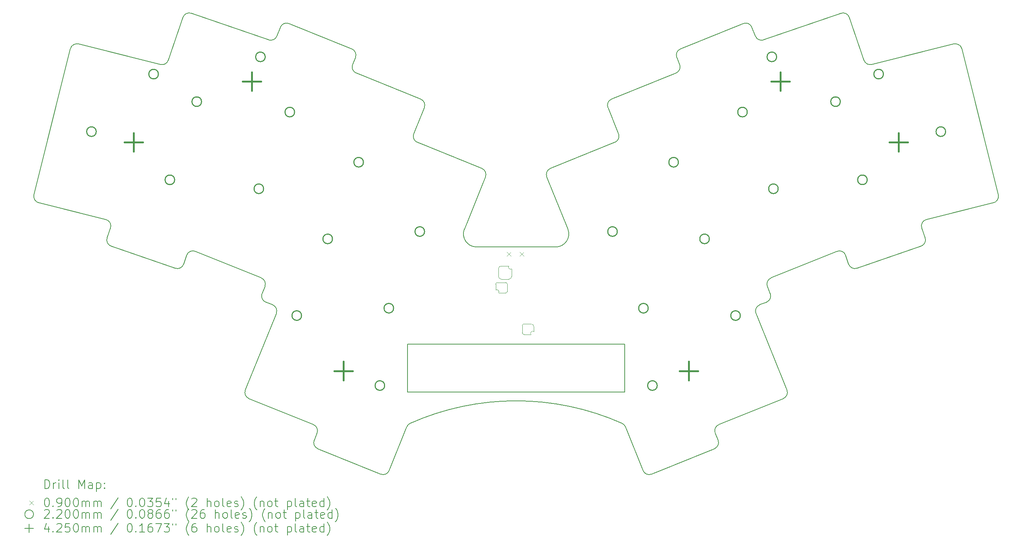
<source format=gbr>
%TF.GenerationSoftware,KiCad,Pcbnew,8.0.6-1.fc41*%
%TF.CreationDate,2024-11-30T15:40:19+11:00*%
%TF.ProjectId,katori,6b61746f-7269-42e6-9b69-6361645f7063,0.1*%
%TF.SameCoordinates,Original*%
%TF.FileFunction,Drillmap*%
%TF.FilePolarity,Positive*%
%FSLAX45Y45*%
G04 Gerber Fmt 4.5, Leading zero omitted, Abs format (unit mm)*
G04 Created by KiCad (PCBNEW 8.0.6-1.fc41) date 2024-11-30 15:40:19*
%MOMM*%
%LPD*%
G01*
G04 APERTURE LIST*
%ADD10C,0.150000*%
%ADD11C,0.200000*%
%ADD12C,0.120000*%
%ADD13C,0.100000*%
%ADD14C,0.220000*%
%ADD15C,0.425000*%
G04 APERTURE END LIST*
D10*
X15020675Y-10573798D02*
G75*
G02*
X14742524Y-10161414I-15J299988D01*
G01*
X21448895Y-12100433D02*
G75*
G02*
X21531780Y-11905161I139105J56183D01*
G01*
X4843807Y-9377319D02*
X5680856Y-6020096D01*
X16844340Y-10573796D02*
X15020675Y-10573798D01*
X9787256Y-14057348D02*
X11270746Y-14656717D01*
X15226316Y-8963974D02*
X14742519Y-10161412D01*
X25367444Y-9944238D02*
X26911950Y-9559151D01*
X25339606Y-10364287D02*
G75*
G02*
X25246613Y-10554947I-141826J-48834D01*
G01*
X20511379Y-14851987D02*
G75*
G02*
X20594264Y-14656716I139092J56187D01*
G01*
X8355003Y-10763847D02*
G75*
G02*
X8553023Y-10673604I141827J-48833D01*
G01*
X17122495Y-10161414D02*
G75*
G02*
X16844340Y-10573797I-278135J-112396D01*
G01*
X11270748Y-14656719D02*
G75*
G02*
X11353633Y-14851987I-56178J-139071D01*
G01*
X21157474Y-5439579D02*
G75*
G02*
X21352741Y-5522469I56196J-139061D01*
G01*
X19693738Y-6381491D02*
G75*
G02*
X19610851Y-6576759I-139058J-56199D01*
G01*
X6618401Y-10554948D02*
X8093410Y-11062834D01*
X12171275Y-6381492D02*
X12236834Y-6219235D01*
X25261903Y-10138622D02*
G75*
G02*
X25367443Y-9944234I141827J48842D01*
G01*
X21624637Y-5815962D02*
X23403896Y-5203312D01*
X6603110Y-10138621D02*
X6525409Y-10364287D01*
D11*
X18432507Y-12809425D02*
X18432507Y-13909424D01*
X13432506Y-13909424D01*
X13432506Y-12809424D01*
X18432507Y-12809425D01*
D10*
X18127356Y-7176132D02*
X19610851Y-6576760D01*
X18368597Y-14626225D02*
G75*
G02*
X18446772Y-14707114I-60897J-137075D01*
G01*
X25339606Y-10364287D02*
X25261903Y-10138623D01*
X16638700Y-8963977D02*
X17122495Y-10161414D01*
X7929966Y-6285153D02*
G75*
G02*
X7751851Y-6381861I-141826J48833D01*
G01*
X10333234Y-11905162D02*
G75*
G02*
X10416118Y-12100429I-56174J-139068D01*
G01*
X19047642Y-15793897D02*
G75*
G02*
X18852372Y-15711011I-56192J139077D01*
G01*
X13012641Y-15711011D02*
X13418241Y-14707114D01*
X21436726Y-5730324D02*
X21352745Y-5522467D01*
X8461117Y-5203314D02*
X10240376Y-5815962D01*
X9704368Y-13862079D02*
X10416118Y-12100429D01*
X13659934Y-8169339D02*
X15143428Y-8768707D01*
X19047642Y-15793897D02*
X20494049Y-15209513D01*
X18044472Y-7371399D02*
G75*
G02*
X18127356Y-7176130I139108J56179D01*
G01*
X11370966Y-15209514D02*
X12817372Y-15793898D01*
X8284073Y-10969843D02*
X8355003Y-10763847D01*
X21794254Y-11286812D02*
X23311994Y-10673605D01*
X12254161Y-6576760D02*
G75*
G02*
X12171281Y-6381494I56209J139080D01*
G01*
X8284073Y-10969841D02*
G75*
G02*
X8093414Y-11062827I-141854J48901D01*
G01*
X19628184Y-6219234D02*
X19693738Y-6381491D01*
X5862689Y-5910842D02*
X7751852Y-6381861D01*
X24113164Y-6381864D02*
G75*
G02*
X23935046Y-6285154I-36284J145554D01*
G01*
X4953063Y-9559152D02*
G75*
G02*
X4843806Y-9377319I36317J145562D01*
G01*
X6618401Y-10554948D02*
G75*
G02*
X6525409Y-10364287I48899J141858D01*
G01*
X8553023Y-10673604D02*
X10070758Y-11286811D01*
X12254161Y-6576759D02*
X13737656Y-7176131D01*
X12153944Y-6023967D02*
G75*
G02*
X12236840Y-6219237I-56164J-139073D01*
G01*
X10428289Y-5730325D02*
G75*
G02*
X10240378Y-5815955I-139069J56185D01*
G01*
X13577050Y-7974068D02*
X13820542Y-7371399D01*
X6497573Y-9944241D02*
G75*
G02*
X6603108Y-10138620I-36303J-145549D01*
G01*
X23771604Y-11062835D02*
G75*
G02*
X23580938Y-10969844I-48844J141815D01*
G01*
X16721584Y-8768709D02*
X18205078Y-8169337D01*
X13737656Y-7176132D02*
G75*
G02*
X13820541Y-7371399I-56196J-139078D01*
G01*
X21624637Y-5815962D02*
G75*
G02*
X21436722Y-5730326I-48817J141872D01*
G01*
X10070758Y-11286811D02*
G75*
G02*
X10153645Y-11482077I-56218J-139089D01*
G01*
X10153647Y-11482078D02*
X10088090Y-11644337D01*
X26002324Y-5910843D02*
G75*
G02*
X26184153Y-6020098I36296J-145527D01*
G01*
X27021208Y-9377321D02*
G75*
G02*
X26911949Y-9559148I-145519J-36299D01*
G01*
X21448896Y-12100429D02*
X22160647Y-13862079D01*
X4953063Y-9559152D02*
X6497573Y-9944241D01*
X9787256Y-14057348D02*
G75*
G02*
X9704367Y-13862078I56165J139068D01*
G01*
X8270452Y-5296304D02*
G75*
G02*
X8461117Y-5203312I141838J-48856D01*
G01*
X21711368Y-11482079D02*
G75*
G02*
X21794254Y-11286811I139152J56159D01*
G01*
X18044473Y-7371400D02*
X18287965Y-7974070D01*
X11370966Y-15209514D02*
G75*
G02*
X11288086Y-15014246I56264J139104D01*
G01*
X5680856Y-6020096D02*
G75*
G02*
X5862690Y-5910840I145524J-36254D01*
G01*
X13418241Y-14707114D02*
G75*
G02*
X13496417Y-14626227I139099J-56216D01*
G01*
X15143429Y-8768708D02*
G75*
G02*
X15226315Y-8963977I-56180J-139073D01*
G01*
X10170976Y-11839606D02*
G75*
G02*
X10088088Y-11644336I56184J139076D01*
G01*
X18446772Y-14707114D02*
X18852373Y-15711011D01*
X13012642Y-15711012D02*
G75*
G02*
X12817372Y-15793897I-139082J56202D01*
G01*
X21776925Y-11644335D02*
G75*
G02*
X21694038Y-11839604I-139045J-56205D01*
G01*
X20594264Y-14656717D02*
X22077760Y-14057347D01*
X20576936Y-15014243D02*
G75*
G02*
X20494049Y-15209513I-139066J-56197D01*
G01*
X23510011Y-10763849D02*
X23580940Y-10969844D01*
X21776925Y-11644335D02*
X21711368Y-11482079D01*
X7929966Y-6285153D02*
X8270452Y-5296304D01*
X10170978Y-11839606D02*
X10333234Y-11905162D01*
X11353634Y-14851987D02*
X11288079Y-15014244D01*
X23594559Y-5296307D02*
X23935048Y-6285153D01*
X23403896Y-5203312D02*
G75*
G02*
X23594558Y-5296307I48844J-141808D01*
G01*
X20576936Y-15014243D02*
X20511380Y-14851986D01*
X12153944Y-6023967D02*
X10707540Y-5439579D01*
X22160646Y-13862082D02*
G75*
G02*
X22077760Y-14057347I-139056J-56198D01*
G01*
X13659934Y-8169339D02*
G75*
G02*
X13577048Y-7974067I56216J139089D01*
G01*
X10512269Y-5522466D02*
G75*
G02*
X10707539Y-5439579I139071J-56174D01*
G01*
X26184158Y-6020097D02*
X27021207Y-9377321D01*
X21157474Y-5439579D02*
X19711069Y-6023966D01*
X16638699Y-8963976D02*
G75*
G02*
X16721582Y-8768706I139141J56166D01*
G01*
X10512269Y-5522466D02*
X10428289Y-5730324D01*
X19628184Y-6219233D02*
G75*
G02*
X19711068Y-6023966I139096J56183D01*
G01*
X24113164Y-6381864D02*
X26002324Y-5910843D01*
X13496416Y-14626225D02*
G75*
G02*
X18368597Y-14626225I2436090J-5483197D01*
G01*
X23311993Y-10673604D02*
G75*
G02*
X23510008Y-10763849I56207J-139036D01*
G01*
X23771604Y-11062835D02*
X25246614Y-10554948D01*
X18287965Y-7974070D02*
G75*
G02*
X18205079Y-8169337I-139055J-56200D01*
G01*
X21531780Y-11905161D02*
X21694039Y-11839606D01*
D12*
X15462583Y-11562941D02*
X15462508Y-11428597D01*
X15500609Y-11390495D02*
X15691185Y-11390221D01*
X15525670Y-11078715D02*
X15525670Y-11246355D01*
X15691184Y-11631521D02*
X15531165Y-11631522D01*
X15729283Y-11428321D02*
X15729284Y-11593421D01*
X15761890Y-11010135D02*
X15594250Y-11010135D01*
X15761890Y-11314935D02*
X15594250Y-11314935D01*
X15830470Y-11078715D02*
X15830470Y-11246355D01*
X16074270Y-12545708D02*
X16074270Y-12380607D01*
X16112373Y-12342507D02*
X16272390Y-12342557D01*
X16272389Y-12583857D02*
X16112370Y-12583808D01*
X16340970Y-12411138D02*
X16340970Y-12515278D01*
X15462508Y-11428597D02*
G75*
G02*
X15500609Y-11390495I38099J3D01*
G01*
X15462583Y-11562941D02*
G75*
G02*
X15531165Y-11631522I24777J-43805D01*
G01*
X15525670Y-11078715D02*
G75*
G02*
X15594250Y-11010135I65947J2634D01*
G01*
X15594250Y-11314935D02*
G75*
G02*
X15525670Y-11246355I-3106J65474D01*
G01*
X15691185Y-11390221D02*
G75*
G02*
X15729283Y-11428321I1J-38098D01*
G01*
X15729284Y-11593421D02*
G75*
G02*
X15691184Y-11631521I-38100J-1D01*
G01*
X15830470Y-11078715D02*
G75*
G02*
X15761890Y-11010135I-24775J43805D01*
G01*
X15830470Y-11246355D02*
G75*
G02*
X15761890Y-11314935I-65611J-2969D01*
G01*
X16074270Y-12380607D02*
G75*
G02*
X16112373Y-12342508I38104J-5D01*
G01*
X16112370Y-12583808D02*
G75*
G02*
X16074270Y-12545708I-2J38098D01*
G01*
X16272389Y-12583857D02*
G75*
G02*
X16340970Y-12515277I43805J24775D01*
G01*
X16272390Y-12342557D02*
G75*
G02*
X16340970Y-12411138I3955J-64625D01*
G01*
D11*
D13*
X15720760Y-10694344D02*
X15810760Y-10784344D01*
X15810760Y-10694344D02*
X15720760Y-10784344D01*
X16020760Y-10694344D02*
X16110760Y-10784344D01*
X16110760Y-10694344D02*
X16020760Y-10784344D01*
D14*
X6274708Y-7923695D02*
G75*
G02*
X6054708Y-7923695I-110000J0D01*
G01*
X6054708Y-7923695D02*
G75*
G02*
X6274708Y-7923695I110000J0D01*
G01*
X7704532Y-6601914D02*
G75*
G02*
X7484532Y-6601914I-110000J0D01*
G01*
X7484532Y-6601914D02*
G75*
G02*
X7704532Y-6601914I110000J0D01*
G01*
X8077974Y-9031315D02*
G75*
G02*
X7857974Y-9031315I-110000J0D01*
G01*
X7857974Y-9031315D02*
G75*
G02*
X8077974Y-9031315I110000J0D01*
G01*
X8696554Y-7234830D02*
G75*
G02*
X8476554Y-7234830I-110000J0D01*
G01*
X8476554Y-7234830D02*
G75*
G02*
X8696554Y-7234830I110000J0D01*
G01*
X10124728Y-9236528D02*
G75*
G02*
X9904728Y-9236528I-110000J0D01*
G01*
X9904728Y-9236528D02*
G75*
G02*
X10124728Y-9236528I110000J0D01*
G01*
X10161422Y-6205675D02*
G75*
G02*
X9941422Y-6205675I-110000J0D01*
G01*
X9941422Y-6205675D02*
G75*
G02*
X10161422Y-6205675I110000J0D01*
G01*
X10836481Y-7474877D02*
G75*
G02*
X10616481Y-7474877I-110000J0D01*
G01*
X10616481Y-7474877D02*
G75*
G02*
X10836481Y-7474877I110000J0D01*
G01*
X10996687Y-12150341D02*
G75*
G02*
X10776687Y-12150341I-110000J0D01*
G01*
X10776687Y-12150341D02*
G75*
G02*
X10996687Y-12150341I110000J0D01*
G01*
X11708440Y-10388693D02*
G75*
G02*
X11488440Y-10388693I-110000J0D01*
G01*
X11488440Y-10388693D02*
G75*
G02*
X11708440Y-10388693I110000J0D01*
G01*
X12420191Y-8627044D02*
G75*
G02*
X12200191Y-8627044I-110000J0D01*
G01*
X12200191Y-8627044D02*
G75*
G02*
X12420191Y-8627044I110000J0D01*
G01*
X12908427Y-13758602D02*
G75*
G02*
X12688427Y-13758602I-110000J0D01*
G01*
X12688427Y-13758602D02*
G75*
G02*
X12908427Y-13758602I110000J0D01*
G01*
X13114215Y-11981270D02*
G75*
G02*
X12894215Y-11981270I-110000J0D01*
G01*
X12894215Y-11981270D02*
G75*
G02*
X13114215Y-11981270I110000J0D01*
G01*
X13825964Y-10219621D02*
G75*
G02*
X13605964Y-10219621I-110000J0D01*
G01*
X13605964Y-10219621D02*
G75*
G02*
X13825964Y-10219621I110000J0D01*
G01*
X18259049Y-10219619D02*
G75*
G02*
X18039049Y-10219619I-110000J0D01*
G01*
X18039049Y-10219619D02*
G75*
G02*
X18259049Y-10219619I110000J0D01*
G01*
X18970800Y-11981269D02*
G75*
G02*
X18750800Y-11981269I-110000J0D01*
G01*
X18750800Y-11981269D02*
G75*
G02*
X18970800Y-11981269I110000J0D01*
G01*
X19176585Y-13758599D02*
G75*
G02*
X18956585Y-13758599I-110000J0D01*
G01*
X18956585Y-13758599D02*
G75*
G02*
X19176585Y-13758599I110000J0D01*
G01*
X19664824Y-8627045D02*
G75*
G02*
X19444824Y-8627045I-110000J0D01*
G01*
X19444824Y-8627045D02*
G75*
G02*
X19664824Y-8627045I110000J0D01*
G01*
X20376574Y-10388694D02*
G75*
G02*
X20156574Y-10388694I-110000J0D01*
G01*
X20156574Y-10388694D02*
G75*
G02*
X20376574Y-10388694I110000J0D01*
G01*
X21088325Y-12150343D02*
G75*
G02*
X20868325Y-12150343I-110000J0D01*
G01*
X20868325Y-12150343D02*
G75*
G02*
X21088325Y-12150343I110000J0D01*
G01*
X21248535Y-7474878D02*
G75*
G02*
X21028535Y-7474878I-110000J0D01*
G01*
X21028535Y-7474878D02*
G75*
G02*
X21248535Y-7474878I110000J0D01*
G01*
X21923593Y-6205678D02*
G75*
G02*
X21703593Y-6205678I-110000J0D01*
G01*
X21703593Y-6205678D02*
G75*
G02*
X21923593Y-6205678I110000J0D01*
G01*
X21960286Y-9236530D02*
G75*
G02*
X21740286Y-9236530I-110000J0D01*
G01*
X21740286Y-9236530D02*
G75*
G02*
X21960286Y-9236530I110000J0D01*
G01*
X23388460Y-7234832D02*
G75*
G02*
X23168460Y-7234832I-110000J0D01*
G01*
X23168460Y-7234832D02*
G75*
G02*
X23388460Y-7234832I110000J0D01*
G01*
X24007040Y-9031316D02*
G75*
G02*
X23787040Y-9031316I-110000J0D01*
G01*
X23787040Y-9031316D02*
G75*
G02*
X24007040Y-9031316I110000J0D01*
G01*
X24380482Y-6601914D02*
G75*
G02*
X24160482Y-6601914I-110000J0D01*
G01*
X24160482Y-6601914D02*
G75*
G02*
X24380482Y-6601914I110000J0D01*
G01*
X25810307Y-7923695D02*
G75*
G02*
X25590307Y-7923695I-110000J0D01*
G01*
X25590307Y-7923695D02*
G75*
G02*
X25810307Y-7923695I110000J0D01*
G01*
D15*
X7135004Y-7953117D02*
X7135004Y-8378117D01*
X6922504Y-8165617D02*
X7347504Y-8165617D01*
X9856081Y-6560487D02*
X9856081Y-6985487D01*
X9643581Y-6772987D02*
X10068581Y-6772987D01*
X11963963Y-13208956D02*
X11963963Y-13633956D01*
X11751463Y-13421456D02*
X12176463Y-13421456D01*
X19901050Y-13208954D02*
X19901050Y-13633954D01*
X19688550Y-13421454D02*
X20113550Y-13421454D01*
X22008934Y-6560489D02*
X22008934Y-6985489D01*
X21796434Y-6772989D02*
X22221434Y-6772989D01*
X24730011Y-7953117D02*
X24730011Y-8378117D01*
X24517511Y-8165617D02*
X24942511Y-8165617D01*
D11*
X5092633Y-16123804D02*
X5092633Y-15923804D01*
X5092633Y-15923804D02*
X5140252Y-15923804D01*
X5140252Y-15923804D02*
X5168823Y-15933328D01*
X5168823Y-15933328D02*
X5187871Y-15952375D01*
X5187871Y-15952375D02*
X5197394Y-15971423D01*
X5197394Y-15971423D02*
X5206918Y-16009518D01*
X5206918Y-16009518D02*
X5206918Y-16038090D01*
X5206918Y-16038090D02*
X5197394Y-16076185D01*
X5197394Y-16076185D02*
X5187871Y-16095232D01*
X5187871Y-16095232D02*
X5168823Y-16114280D01*
X5168823Y-16114280D02*
X5140252Y-16123804D01*
X5140252Y-16123804D02*
X5092633Y-16123804D01*
X5292633Y-16123804D02*
X5292633Y-15990470D01*
X5292633Y-16028566D02*
X5302156Y-16009518D01*
X5302156Y-16009518D02*
X5311680Y-15999994D01*
X5311680Y-15999994D02*
X5330728Y-15990470D01*
X5330728Y-15990470D02*
X5349775Y-15990470D01*
X5416442Y-16123804D02*
X5416442Y-15990470D01*
X5416442Y-15923804D02*
X5406918Y-15933328D01*
X5406918Y-15933328D02*
X5416442Y-15942851D01*
X5416442Y-15942851D02*
X5425966Y-15933328D01*
X5425966Y-15933328D02*
X5416442Y-15923804D01*
X5416442Y-15923804D02*
X5416442Y-15942851D01*
X5540252Y-16123804D02*
X5521204Y-16114280D01*
X5521204Y-16114280D02*
X5511680Y-16095232D01*
X5511680Y-16095232D02*
X5511680Y-15923804D01*
X5645013Y-16123804D02*
X5625966Y-16114280D01*
X5625966Y-16114280D02*
X5616442Y-16095232D01*
X5616442Y-16095232D02*
X5616442Y-15923804D01*
X5873585Y-16123804D02*
X5873585Y-15923804D01*
X5873585Y-15923804D02*
X5940252Y-16066661D01*
X5940252Y-16066661D02*
X6006918Y-15923804D01*
X6006918Y-15923804D02*
X6006918Y-16123804D01*
X6187871Y-16123804D02*
X6187871Y-16019042D01*
X6187871Y-16019042D02*
X6178347Y-15999994D01*
X6178347Y-15999994D02*
X6159299Y-15990470D01*
X6159299Y-15990470D02*
X6121204Y-15990470D01*
X6121204Y-15990470D02*
X6102156Y-15999994D01*
X6187871Y-16114280D02*
X6168823Y-16123804D01*
X6168823Y-16123804D02*
X6121204Y-16123804D01*
X6121204Y-16123804D02*
X6102156Y-16114280D01*
X6102156Y-16114280D02*
X6092632Y-16095232D01*
X6092632Y-16095232D02*
X6092632Y-16076185D01*
X6092632Y-16076185D02*
X6102156Y-16057137D01*
X6102156Y-16057137D02*
X6121204Y-16047613D01*
X6121204Y-16047613D02*
X6168823Y-16047613D01*
X6168823Y-16047613D02*
X6187871Y-16038090D01*
X6283109Y-15990470D02*
X6283109Y-16190470D01*
X6283109Y-15999994D02*
X6302156Y-15990470D01*
X6302156Y-15990470D02*
X6340252Y-15990470D01*
X6340252Y-15990470D02*
X6359299Y-15999994D01*
X6359299Y-15999994D02*
X6368823Y-16009518D01*
X6368823Y-16009518D02*
X6378347Y-16028566D01*
X6378347Y-16028566D02*
X6378347Y-16085709D01*
X6378347Y-16085709D02*
X6368823Y-16104756D01*
X6368823Y-16104756D02*
X6359299Y-16114280D01*
X6359299Y-16114280D02*
X6340252Y-16123804D01*
X6340252Y-16123804D02*
X6302156Y-16123804D01*
X6302156Y-16123804D02*
X6283109Y-16114280D01*
X6464061Y-16104756D02*
X6473585Y-16114280D01*
X6473585Y-16114280D02*
X6464061Y-16123804D01*
X6464061Y-16123804D02*
X6454537Y-16114280D01*
X6454537Y-16114280D02*
X6464061Y-16104756D01*
X6464061Y-16104756D02*
X6464061Y-16123804D01*
X6464061Y-15999994D02*
X6473585Y-16009518D01*
X6473585Y-16009518D02*
X6464061Y-16019042D01*
X6464061Y-16019042D02*
X6454537Y-16009518D01*
X6454537Y-16009518D02*
X6464061Y-15999994D01*
X6464061Y-15999994D02*
X6464061Y-16019042D01*
D13*
X4741856Y-16407320D02*
X4831856Y-16497320D01*
X4831856Y-16407320D02*
X4741856Y-16497320D01*
D11*
X5130728Y-16343804D02*
X5149775Y-16343804D01*
X5149775Y-16343804D02*
X5168823Y-16353328D01*
X5168823Y-16353328D02*
X5178347Y-16362851D01*
X5178347Y-16362851D02*
X5187871Y-16381899D01*
X5187871Y-16381899D02*
X5197394Y-16419994D01*
X5197394Y-16419994D02*
X5197394Y-16467613D01*
X5197394Y-16467613D02*
X5187871Y-16505709D01*
X5187871Y-16505709D02*
X5178347Y-16524756D01*
X5178347Y-16524756D02*
X5168823Y-16534280D01*
X5168823Y-16534280D02*
X5149775Y-16543804D01*
X5149775Y-16543804D02*
X5130728Y-16543804D01*
X5130728Y-16543804D02*
X5111680Y-16534280D01*
X5111680Y-16534280D02*
X5102156Y-16524756D01*
X5102156Y-16524756D02*
X5092633Y-16505709D01*
X5092633Y-16505709D02*
X5083109Y-16467613D01*
X5083109Y-16467613D02*
X5083109Y-16419994D01*
X5083109Y-16419994D02*
X5092633Y-16381899D01*
X5092633Y-16381899D02*
X5102156Y-16362851D01*
X5102156Y-16362851D02*
X5111680Y-16353328D01*
X5111680Y-16353328D02*
X5130728Y-16343804D01*
X5283109Y-16524756D02*
X5292633Y-16534280D01*
X5292633Y-16534280D02*
X5283109Y-16543804D01*
X5283109Y-16543804D02*
X5273585Y-16534280D01*
X5273585Y-16534280D02*
X5283109Y-16524756D01*
X5283109Y-16524756D02*
X5283109Y-16543804D01*
X5387871Y-16543804D02*
X5425966Y-16543804D01*
X5425966Y-16543804D02*
X5445014Y-16534280D01*
X5445014Y-16534280D02*
X5454537Y-16524756D01*
X5454537Y-16524756D02*
X5473585Y-16496185D01*
X5473585Y-16496185D02*
X5483109Y-16458090D01*
X5483109Y-16458090D02*
X5483109Y-16381899D01*
X5483109Y-16381899D02*
X5473585Y-16362851D01*
X5473585Y-16362851D02*
X5464061Y-16353328D01*
X5464061Y-16353328D02*
X5445014Y-16343804D01*
X5445014Y-16343804D02*
X5406918Y-16343804D01*
X5406918Y-16343804D02*
X5387871Y-16353328D01*
X5387871Y-16353328D02*
X5378347Y-16362851D01*
X5378347Y-16362851D02*
X5368823Y-16381899D01*
X5368823Y-16381899D02*
X5368823Y-16429518D01*
X5368823Y-16429518D02*
X5378347Y-16448566D01*
X5378347Y-16448566D02*
X5387871Y-16458090D01*
X5387871Y-16458090D02*
X5406918Y-16467613D01*
X5406918Y-16467613D02*
X5445014Y-16467613D01*
X5445014Y-16467613D02*
X5464061Y-16458090D01*
X5464061Y-16458090D02*
X5473585Y-16448566D01*
X5473585Y-16448566D02*
X5483109Y-16429518D01*
X5606918Y-16343804D02*
X5625966Y-16343804D01*
X5625966Y-16343804D02*
X5645013Y-16353328D01*
X5645013Y-16353328D02*
X5654537Y-16362851D01*
X5654537Y-16362851D02*
X5664061Y-16381899D01*
X5664061Y-16381899D02*
X5673585Y-16419994D01*
X5673585Y-16419994D02*
X5673585Y-16467613D01*
X5673585Y-16467613D02*
X5664061Y-16505709D01*
X5664061Y-16505709D02*
X5654537Y-16524756D01*
X5654537Y-16524756D02*
X5645013Y-16534280D01*
X5645013Y-16534280D02*
X5625966Y-16543804D01*
X5625966Y-16543804D02*
X5606918Y-16543804D01*
X5606918Y-16543804D02*
X5587871Y-16534280D01*
X5587871Y-16534280D02*
X5578347Y-16524756D01*
X5578347Y-16524756D02*
X5568823Y-16505709D01*
X5568823Y-16505709D02*
X5559299Y-16467613D01*
X5559299Y-16467613D02*
X5559299Y-16419994D01*
X5559299Y-16419994D02*
X5568823Y-16381899D01*
X5568823Y-16381899D02*
X5578347Y-16362851D01*
X5578347Y-16362851D02*
X5587871Y-16353328D01*
X5587871Y-16353328D02*
X5606918Y-16343804D01*
X5797394Y-16343804D02*
X5816442Y-16343804D01*
X5816442Y-16343804D02*
X5835490Y-16353328D01*
X5835490Y-16353328D02*
X5845013Y-16362851D01*
X5845013Y-16362851D02*
X5854537Y-16381899D01*
X5854537Y-16381899D02*
X5864061Y-16419994D01*
X5864061Y-16419994D02*
X5864061Y-16467613D01*
X5864061Y-16467613D02*
X5854537Y-16505709D01*
X5854537Y-16505709D02*
X5845013Y-16524756D01*
X5845013Y-16524756D02*
X5835490Y-16534280D01*
X5835490Y-16534280D02*
X5816442Y-16543804D01*
X5816442Y-16543804D02*
X5797394Y-16543804D01*
X5797394Y-16543804D02*
X5778347Y-16534280D01*
X5778347Y-16534280D02*
X5768823Y-16524756D01*
X5768823Y-16524756D02*
X5759299Y-16505709D01*
X5759299Y-16505709D02*
X5749775Y-16467613D01*
X5749775Y-16467613D02*
X5749775Y-16419994D01*
X5749775Y-16419994D02*
X5759299Y-16381899D01*
X5759299Y-16381899D02*
X5768823Y-16362851D01*
X5768823Y-16362851D02*
X5778347Y-16353328D01*
X5778347Y-16353328D02*
X5797394Y-16343804D01*
X5949775Y-16543804D02*
X5949775Y-16410470D01*
X5949775Y-16429518D02*
X5959299Y-16419994D01*
X5959299Y-16419994D02*
X5978347Y-16410470D01*
X5978347Y-16410470D02*
X6006918Y-16410470D01*
X6006918Y-16410470D02*
X6025966Y-16419994D01*
X6025966Y-16419994D02*
X6035490Y-16439042D01*
X6035490Y-16439042D02*
X6035490Y-16543804D01*
X6035490Y-16439042D02*
X6045013Y-16419994D01*
X6045013Y-16419994D02*
X6064061Y-16410470D01*
X6064061Y-16410470D02*
X6092632Y-16410470D01*
X6092632Y-16410470D02*
X6111680Y-16419994D01*
X6111680Y-16419994D02*
X6121204Y-16439042D01*
X6121204Y-16439042D02*
X6121204Y-16543804D01*
X6216442Y-16543804D02*
X6216442Y-16410470D01*
X6216442Y-16429518D02*
X6225966Y-16419994D01*
X6225966Y-16419994D02*
X6245013Y-16410470D01*
X6245013Y-16410470D02*
X6273585Y-16410470D01*
X6273585Y-16410470D02*
X6292633Y-16419994D01*
X6292633Y-16419994D02*
X6302156Y-16439042D01*
X6302156Y-16439042D02*
X6302156Y-16543804D01*
X6302156Y-16439042D02*
X6311680Y-16419994D01*
X6311680Y-16419994D02*
X6330728Y-16410470D01*
X6330728Y-16410470D02*
X6359299Y-16410470D01*
X6359299Y-16410470D02*
X6378347Y-16419994D01*
X6378347Y-16419994D02*
X6387871Y-16439042D01*
X6387871Y-16439042D02*
X6387871Y-16543804D01*
X6778347Y-16334280D02*
X6606918Y-16591423D01*
X7035490Y-16343804D02*
X7054537Y-16343804D01*
X7054537Y-16343804D02*
X7073585Y-16353328D01*
X7073585Y-16353328D02*
X7083109Y-16362851D01*
X7083109Y-16362851D02*
X7092633Y-16381899D01*
X7092633Y-16381899D02*
X7102156Y-16419994D01*
X7102156Y-16419994D02*
X7102156Y-16467613D01*
X7102156Y-16467613D02*
X7092633Y-16505709D01*
X7092633Y-16505709D02*
X7083109Y-16524756D01*
X7083109Y-16524756D02*
X7073585Y-16534280D01*
X7073585Y-16534280D02*
X7054537Y-16543804D01*
X7054537Y-16543804D02*
X7035490Y-16543804D01*
X7035490Y-16543804D02*
X7016442Y-16534280D01*
X7016442Y-16534280D02*
X7006918Y-16524756D01*
X7006918Y-16524756D02*
X6997395Y-16505709D01*
X6997395Y-16505709D02*
X6987871Y-16467613D01*
X6987871Y-16467613D02*
X6987871Y-16419994D01*
X6987871Y-16419994D02*
X6997395Y-16381899D01*
X6997395Y-16381899D02*
X7006918Y-16362851D01*
X7006918Y-16362851D02*
X7016442Y-16353328D01*
X7016442Y-16353328D02*
X7035490Y-16343804D01*
X7187871Y-16524756D02*
X7197395Y-16534280D01*
X7197395Y-16534280D02*
X7187871Y-16543804D01*
X7187871Y-16543804D02*
X7178347Y-16534280D01*
X7178347Y-16534280D02*
X7187871Y-16524756D01*
X7187871Y-16524756D02*
X7187871Y-16543804D01*
X7321204Y-16343804D02*
X7340252Y-16343804D01*
X7340252Y-16343804D02*
X7359299Y-16353328D01*
X7359299Y-16353328D02*
X7368823Y-16362851D01*
X7368823Y-16362851D02*
X7378347Y-16381899D01*
X7378347Y-16381899D02*
X7387871Y-16419994D01*
X7387871Y-16419994D02*
X7387871Y-16467613D01*
X7387871Y-16467613D02*
X7378347Y-16505709D01*
X7378347Y-16505709D02*
X7368823Y-16524756D01*
X7368823Y-16524756D02*
X7359299Y-16534280D01*
X7359299Y-16534280D02*
X7340252Y-16543804D01*
X7340252Y-16543804D02*
X7321204Y-16543804D01*
X7321204Y-16543804D02*
X7302156Y-16534280D01*
X7302156Y-16534280D02*
X7292633Y-16524756D01*
X7292633Y-16524756D02*
X7283109Y-16505709D01*
X7283109Y-16505709D02*
X7273585Y-16467613D01*
X7273585Y-16467613D02*
X7273585Y-16419994D01*
X7273585Y-16419994D02*
X7283109Y-16381899D01*
X7283109Y-16381899D02*
X7292633Y-16362851D01*
X7292633Y-16362851D02*
X7302156Y-16353328D01*
X7302156Y-16353328D02*
X7321204Y-16343804D01*
X7454537Y-16343804D02*
X7578347Y-16343804D01*
X7578347Y-16343804D02*
X7511680Y-16419994D01*
X7511680Y-16419994D02*
X7540252Y-16419994D01*
X7540252Y-16419994D02*
X7559299Y-16429518D01*
X7559299Y-16429518D02*
X7568823Y-16439042D01*
X7568823Y-16439042D02*
X7578347Y-16458090D01*
X7578347Y-16458090D02*
X7578347Y-16505709D01*
X7578347Y-16505709D02*
X7568823Y-16524756D01*
X7568823Y-16524756D02*
X7559299Y-16534280D01*
X7559299Y-16534280D02*
X7540252Y-16543804D01*
X7540252Y-16543804D02*
X7483109Y-16543804D01*
X7483109Y-16543804D02*
X7464061Y-16534280D01*
X7464061Y-16534280D02*
X7454537Y-16524756D01*
X7759299Y-16343804D02*
X7664061Y-16343804D01*
X7664061Y-16343804D02*
X7654537Y-16439042D01*
X7654537Y-16439042D02*
X7664061Y-16429518D01*
X7664061Y-16429518D02*
X7683109Y-16419994D01*
X7683109Y-16419994D02*
X7730728Y-16419994D01*
X7730728Y-16419994D02*
X7749776Y-16429518D01*
X7749776Y-16429518D02*
X7759299Y-16439042D01*
X7759299Y-16439042D02*
X7768823Y-16458090D01*
X7768823Y-16458090D02*
X7768823Y-16505709D01*
X7768823Y-16505709D02*
X7759299Y-16524756D01*
X7759299Y-16524756D02*
X7749776Y-16534280D01*
X7749776Y-16534280D02*
X7730728Y-16543804D01*
X7730728Y-16543804D02*
X7683109Y-16543804D01*
X7683109Y-16543804D02*
X7664061Y-16534280D01*
X7664061Y-16534280D02*
X7654537Y-16524756D01*
X7940252Y-16410470D02*
X7940252Y-16543804D01*
X7892633Y-16334280D02*
X7845014Y-16477137D01*
X7845014Y-16477137D02*
X7968823Y-16477137D01*
X8035490Y-16343804D02*
X8035490Y-16381899D01*
X8111680Y-16343804D02*
X8111680Y-16381899D01*
X8406919Y-16619994D02*
X8397395Y-16610470D01*
X8397395Y-16610470D02*
X8378347Y-16581899D01*
X8378347Y-16581899D02*
X8368823Y-16562851D01*
X8368823Y-16562851D02*
X8359299Y-16534280D01*
X8359299Y-16534280D02*
X8349776Y-16486661D01*
X8349776Y-16486661D02*
X8349776Y-16448566D01*
X8349776Y-16448566D02*
X8359299Y-16400947D01*
X8359299Y-16400947D02*
X8368823Y-16372375D01*
X8368823Y-16372375D02*
X8378347Y-16353328D01*
X8378347Y-16353328D02*
X8397395Y-16324756D01*
X8397395Y-16324756D02*
X8406919Y-16315232D01*
X8473585Y-16362851D02*
X8483109Y-16353328D01*
X8483109Y-16353328D02*
X8502157Y-16343804D01*
X8502157Y-16343804D02*
X8549776Y-16343804D01*
X8549776Y-16343804D02*
X8568823Y-16353328D01*
X8568823Y-16353328D02*
X8578347Y-16362851D01*
X8578347Y-16362851D02*
X8587871Y-16381899D01*
X8587871Y-16381899D02*
X8587871Y-16400947D01*
X8587871Y-16400947D02*
X8578347Y-16429518D01*
X8578347Y-16429518D02*
X8464061Y-16543804D01*
X8464061Y-16543804D02*
X8587871Y-16543804D01*
X8825966Y-16543804D02*
X8825966Y-16343804D01*
X8911681Y-16543804D02*
X8911681Y-16439042D01*
X8911681Y-16439042D02*
X8902157Y-16419994D01*
X8902157Y-16419994D02*
X8883109Y-16410470D01*
X8883109Y-16410470D02*
X8854538Y-16410470D01*
X8854538Y-16410470D02*
X8835490Y-16419994D01*
X8835490Y-16419994D02*
X8825966Y-16429518D01*
X9035490Y-16543804D02*
X9016442Y-16534280D01*
X9016442Y-16534280D02*
X9006919Y-16524756D01*
X9006919Y-16524756D02*
X8997395Y-16505709D01*
X8997395Y-16505709D02*
X8997395Y-16448566D01*
X8997395Y-16448566D02*
X9006919Y-16429518D01*
X9006919Y-16429518D02*
X9016442Y-16419994D01*
X9016442Y-16419994D02*
X9035490Y-16410470D01*
X9035490Y-16410470D02*
X9064062Y-16410470D01*
X9064062Y-16410470D02*
X9083109Y-16419994D01*
X9083109Y-16419994D02*
X9092633Y-16429518D01*
X9092633Y-16429518D02*
X9102157Y-16448566D01*
X9102157Y-16448566D02*
X9102157Y-16505709D01*
X9102157Y-16505709D02*
X9092633Y-16524756D01*
X9092633Y-16524756D02*
X9083109Y-16534280D01*
X9083109Y-16534280D02*
X9064062Y-16543804D01*
X9064062Y-16543804D02*
X9035490Y-16543804D01*
X9216442Y-16543804D02*
X9197395Y-16534280D01*
X9197395Y-16534280D02*
X9187871Y-16515232D01*
X9187871Y-16515232D02*
X9187871Y-16343804D01*
X9368823Y-16534280D02*
X9349776Y-16543804D01*
X9349776Y-16543804D02*
X9311681Y-16543804D01*
X9311681Y-16543804D02*
X9292633Y-16534280D01*
X9292633Y-16534280D02*
X9283109Y-16515232D01*
X9283109Y-16515232D02*
X9283109Y-16439042D01*
X9283109Y-16439042D02*
X9292633Y-16419994D01*
X9292633Y-16419994D02*
X9311681Y-16410470D01*
X9311681Y-16410470D02*
X9349776Y-16410470D01*
X9349776Y-16410470D02*
X9368823Y-16419994D01*
X9368823Y-16419994D02*
X9378347Y-16439042D01*
X9378347Y-16439042D02*
X9378347Y-16458090D01*
X9378347Y-16458090D02*
X9283109Y-16477137D01*
X9454538Y-16534280D02*
X9473585Y-16543804D01*
X9473585Y-16543804D02*
X9511681Y-16543804D01*
X9511681Y-16543804D02*
X9530728Y-16534280D01*
X9530728Y-16534280D02*
X9540252Y-16515232D01*
X9540252Y-16515232D02*
X9540252Y-16505709D01*
X9540252Y-16505709D02*
X9530728Y-16486661D01*
X9530728Y-16486661D02*
X9511681Y-16477137D01*
X9511681Y-16477137D02*
X9483109Y-16477137D01*
X9483109Y-16477137D02*
X9464062Y-16467613D01*
X9464062Y-16467613D02*
X9454538Y-16448566D01*
X9454538Y-16448566D02*
X9454538Y-16439042D01*
X9454538Y-16439042D02*
X9464062Y-16419994D01*
X9464062Y-16419994D02*
X9483109Y-16410470D01*
X9483109Y-16410470D02*
X9511681Y-16410470D01*
X9511681Y-16410470D02*
X9530728Y-16419994D01*
X9606919Y-16619994D02*
X9616443Y-16610470D01*
X9616443Y-16610470D02*
X9635490Y-16581899D01*
X9635490Y-16581899D02*
X9645014Y-16562851D01*
X9645014Y-16562851D02*
X9654538Y-16534280D01*
X9654538Y-16534280D02*
X9664062Y-16486661D01*
X9664062Y-16486661D02*
X9664062Y-16448566D01*
X9664062Y-16448566D02*
X9654538Y-16400947D01*
X9654538Y-16400947D02*
X9645014Y-16372375D01*
X9645014Y-16372375D02*
X9635490Y-16353328D01*
X9635490Y-16353328D02*
X9616443Y-16324756D01*
X9616443Y-16324756D02*
X9606919Y-16315232D01*
X9968824Y-16619994D02*
X9959300Y-16610470D01*
X9959300Y-16610470D02*
X9940252Y-16581899D01*
X9940252Y-16581899D02*
X9930728Y-16562851D01*
X9930728Y-16562851D02*
X9921204Y-16534280D01*
X9921204Y-16534280D02*
X9911681Y-16486661D01*
X9911681Y-16486661D02*
X9911681Y-16448566D01*
X9911681Y-16448566D02*
X9921204Y-16400947D01*
X9921204Y-16400947D02*
X9930728Y-16372375D01*
X9930728Y-16372375D02*
X9940252Y-16353328D01*
X9940252Y-16353328D02*
X9959300Y-16324756D01*
X9959300Y-16324756D02*
X9968824Y-16315232D01*
X10045014Y-16410470D02*
X10045014Y-16543804D01*
X10045014Y-16429518D02*
X10054538Y-16419994D01*
X10054538Y-16419994D02*
X10073585Y-16410470D01*
X10073585Y-16410470D02*
X10102157Y-16410470D01*
X10102157Y-16410470D02*
X10121204Y-16419994D01*
X10121204Y-16419994D02*
X10130728Y-16439042D01*
X10130728Y-16439042D02*
X10130728Y-16543804D01*
X10254538Y-16543804D02*
X10235490Y-16534280D01*
X10235490Y-16534280D02*
X10225966Y-16524756D01*
X10225966Y-16524756D02*
X10216443Y-16505709D01*
X10216443Y-16505709D02*
X10216443Y-16448566D01*
X10216443Y-16448566D02*
X10225966Y-16429518D01*
X10225966Y-16429518D02*
X10235490Y-16419994D01*
X10235490Y-16419994D02*
X10254538Y-16410470D01*
X10254538Y-16410470D02*
X10283109Y-16410470D01*
X10283109Y-16410470D02*
X10302157Y-16419994D01*
X10302157Y-16419994D02*
X10311681Y-16429518D01*
X10311681Y-16429518D02*
X10321204Y-16448566D01*
X10321204Y-16448566D02*
X10321204Y-16505709D01*
X10321204Y-16505709D02*
X10311681Y-16524756D01*
X10311681Y-16524756D02*
X10302157Y-16534280D01*
X10302157Y-16534280D02*
X10283109Y-16543804D01*
X10283109Y-16543804D02*
X10254538Y-16543804D01*
X10378347Y-16410470D02*
X10454538Y-16410470D01*
X10406919Y-16343804D02*
X10406919Y-16515232D01*
X10406919Y-16515232D02*
X10416443Y-16534280D01*
X10416443Y-16534280D02*
X10435490Y-16543804D01*
X10435490Y-16543804D02*
X10454538Y-16543804D01*
X10673585Y-16410470D02*
X10673585Y-16610470D01*
X10673585Y-16419994D02*
X10692633Y-16410470D01*
X10692633Y-16410470D02*
X10730728Y-16410470D01*
X10730728Y-16410470D02*
X10749776Y-16419994D01*
X10749776Y-16419994D02*
X10759300Y-16429518D01*
X10759300Y-16429518D02*
X10768824Y-16448566D01*
X10768824Y-16448566D02*
X10768824Y-16505709D01*
X10768824Y-16505709D02*
X10759300Y-16524756D01*
X10759300Y-16524756D02*
X10749776Y-16534280D01*
X10749776Y-16534280D02*
X10730728Y-16543804D01*
X10730728Y-16543804D02*
X10692633Y-16543804D01*
X10692633Y-16543804D02*
X10673585Y-16534280D01*
X10883109Y-16543804D02*
X10864062Y-16534280D01*
X10864062Y-16534280D02*
X10854538Y-16515232D01*
X10854538Y-16515232D02*
X10854538Y-16343804D01*
X11045014Y-16543804D02*
X11045014Y-16439042D01*
X11045014Y-16439042D02*
X11035490Y-16419994D01*
X11035490Y-16419994D02*
X11016443Y-16410470D01*
X11016443Y-16410470D02*
X10978347Y-16410470D01*
X10978347Y-16410470D02*
X10959300Y-16419994D01*
X11045014Y-16534280D02*
X11025966Y-16543804D01*
X11025966Y-16543804D02*
X10978347Y-16543804D01*
X10978347Y-16543804D02*
X10959300Y-16534280D01*
X10959300Y-16534280D02*
X10949776Y-16515232D01*
X10949776Y-16515232D02*
X10949776Y-16496185D01*
X10949776Y-16496185D02*
X10959300Y-16477137D01*
X10959300Y-16477137D02*
X10978347Y-16467613D01*
X10978347Y-16467613D02*
X11025966Y-16467613D01*
X11025966Y-16467613D02*
X11045014Y-16458090D01*
X11111681Y-16410470D02*
X11187871Y-16410470D01*
X11140252Y-16343804D02*
X11140252Y-16515232D01*
X11140252Y-16515232D02*
X11149776Y-16534280D01*
X11149776Y-16534280D02*
X11168824Y-16543804D01*
X11168824Y-16543804D02*
X11187871Y-16543804D01*
X11330728Y-16534280D02*
X11311681Y-16543804D01*
X11311681Y-16543804D02*
X11273585Y-16543804D01*
X11273585Y-16543804D02*
X11254538Y-16534280D01*
X11254538Y-16534280D02*
X11245014Y-16515232D01*
X11245014Y-16515232D02*
X11245014Y-16439042D01*
X11245014Y-16439042D02*
X11254538Y-16419994D01*
X11254538Y-16419994D02*
X11273585Y-16410470D01*
X11273585Y-16410470D02*
X11311681Y-16410470D01*
X11311681Y-16410470D02*
X11330728Y-16419994D01*
X11330728Y-16419994D02*
X11340252Y-16439042D01*
X11340252Y-16439042D02*
X11340252Y-16458090D01*
X11340252Y-16458090D02*
X11245014Y-16477137D01*
X11511681Y-16543804D02*
X11511681Y-16343804D01*
X11511681Y-16534280D02*
X11492633Y-16543804D01*
X11492633Y-16543804D02*
X11454538Y-16543804D01*
X11454538Y-16543804D02*
X11435490Y-16534280D01*
X11435490Y-16534280D02*
X11425966Y-16524756D01*
X11425966Y-16524756D02*
X11416443Y-16505709D01*
X11416443Y-16505709D02*
X11416443Y-16448566D01*
X11416443Y-16448566D02*
X11425966Y-16429518D01*
X11425966Y-16429518D02*
X11435490Y-16419994D01*
X11435490Y-16419994D02*
X11454538Y-16410470D01*
X11454538Y-16410470D02*
X11492633Y-16410470D01*
X11492633Y-16410470D02*
X11511681Y-16419994D01*
X11587871Y-16619994D02*
X11597395Y-16610470D01*
X11597395Y-16610470D02*
X11616443Y-16581899D01*
X11616443Y-16581899D02*
X11625966Y-16562851D01*
X11625966Y-16562851D02*
X11635490Y-16534280D01*
X11635490Y-16534280D02*
X11645014Y-16486661D01*
X11645014Y-16486661D02*
X11645014Y-16448566D01*
X11645014Y-16448566D02*
X11635490Y-16400947D01*
X11635490Y-16400947D02*
X11625966Y-16372375D01*
X11625966Y-16372375D02*
X11616443Y-16353328D01*
X11616443Y-16353328D02*
X11597395Y-16324756D01*
X11597395Y-16324756D02*
X11587871Y-16315232D01*
X4831856Y-16716320D02*
G75*
G02*
X4631856Y-16716320I-100000J0D01*
G01*
X4631856Y-16716320D02*
G75*
G02*
X4831856Y-16716320I100000J0D01*
G01*
X5083109Y-16626851D02*
X5092633Y-16617328D01*
X5092633Y-16617328D02*
X5111680Y-16607804D01*
X5111680Y-16607804D02*
X5159299Y-16607804D01*
X5159299Y-16607804D02*
X5178347Y-16617328D01*
X5178347Y-16617328D02*
X5187871Y-16626851D01*
X5187871Y-16626851D02*
X5197394Y-16645899D01*
X5197394Y-16645899D02*
X5197394Y-16664947D01*
X5197394Y-16664947D02*
X5187871Y-16693518D01*
X5187871Y-16693518D02*
X5073585Y-16807804D01*
X5073585Y-16807804D02*
X5197394Y-16807804D01*
X5283109Y-16788756D02*
X5292633Y-16798280D01*
X5292633Y-16798280D02*
X5283109Y-16807804D01*
X5283109Y-16807804D02*
X5273585Y-16798280D01*
X5273585Y-16798280D02*
X5283109Y-16788756D01*
X5283109Y-16788756D02*
X5283109Y-16807804D01*
X5368823Y-16626851D02*
X5378347Y-16617328D01*
X5378347Y-16617328D02*
X5397394Y-16607804D01*
X5397394Y-16607804D02*
X5445014Y-16607804D01*
X5445014Y-16607804D02*
X5464061Y-16617328D01*
X5464061Y-16617328D02*
X5473585Y-16626851D01*
X5473585Y-16626851D02*
X5483109Y-16645899D01*
X5483109Y-16645899D02*
X5483109Y-16664947D01*
X5483109Y-16664947D02*
X5473585Y-16693518D01*
X5473585Y-16693518D02*
X5359299Y-16807804D01*
X5359299Y-16807804D02*
X5483109Y-16807804D01*
X5606918Y-16607804D02*
X5625966Y-16607804D01*
X5625966Y-16607804D02*
X5645013Y-16617328D01*
X5645013Y-16617328D02*
X5654537Y-16626851D01*
X5654537Y-16626851D02*
X5664061Y-16645899D01*
X5664061Y-16645899D02*
X5673585Y-16683994D01*
X5673585Y-16683994D02*
X5673585Y-16731613D01*
X5673585Y-16731613D02*
X5664061Y-16769709D01*
X5664061Y-16769709D02*
X5654537Y-16788756D01*
X5654537Y-16788756D02*
X5645013Y-16798280D01*
X5645013Y-16798280D02*
X5625966Y-16807804D01*
X5625966Y-16807804D02*
X5606918Y-16807804D01*
X5606918Y-16807804D02*
X5587871Y-16798280D01*
X5587871Y-16798280D02*
X5578347Y-16788756D01*
X5578347Y-16788756D02*
X5568823Y-16769709D01*
X5568823Y-16769709D02*
X5559299Y-16731613D01*
X5559299Y-16731613D02*
X5559299Y-16683994D01*
X5559299Y-16683994D02*
X5568823Y-16645899D01*
X5568823Y-16645899D02*
X5578347Y-16626851D01*
X5578347Y-16626851D02*
X5587871Y-16617328D01*
X5587871Y-16617328D02*
X5606918Y-16607804D01*
X5797394Y-16607804D02*
X5816442Y-16607804D01*
X5816442Y-16607804D02*
X5835490Y-16617328D01*
X5835490Y-16617328D02*
X5845013Y-16626851D01*
X5845013Y-16626851D02*
X5854537Y-16645899D01*
X5854537Y-16645899D02*
X5864061Y-16683994D01*
X5864061Y-16683994D02*
X5864061Y-16731613D01*
X5864061Y-16731613D02*
X5854537Y-16769709D01*
X5854537Y-16769709D02*
X5845013Y-16788756D01*
X5845013Y-16788756D02*
X5835490Y-16798280D01*
X5835490Y-16798280D02*
X5816442Y-16807804D01*
X5816442Y-16807804D02*
X5797394Y-16807804D01*
X5797394Y-16807804D02*
X5778347Y-16798280D01*
X5778347Y-16798280D02*
X5768823Y-16788756D01*
X5768823Y-16788756D02*
X5759299Y-16769709D01*
X5759299Y-16769709D02*
X5749775Y-16731613D01*
X5749775Y-16731613D02*
X5749775Y-16683994D01*
X5749775Y-16683994D02*
X5759299Y-16645899D01*
X5759299Y-16645899D02*
X5768823Y-16626851D01*
X5768823Y-16626851D02*
X5778347Y-16617328D01*
X5778347Y-16617328D02*
X5797394Y-16607804D01*
X5949775Y-16807804D02*
X5949775Y-16674470D01*
X5949775Y-16693518D02*
X5959299Y-16683994D01*
X5959299Y-16683994D02*
X5978347Y-16674470D01*
X5978347Y-16674470D02*
X6006918Y-16674470D01*
X6006918Y-16674470D02*
X6025966Y-16683994D01*
X6025966Y-16683994D02*
X6035490Y-16703042D01*
X6035490Y-16703042D02*
X6035490Y-16807804D01*
X6035490Y-16703042D02*
X6045013Y-16683994D01*
X6045013Y-16683994D02*
X6064061Y-16674470D01*
X6064061Y-16674470D02*
X6092632Y-16674470D01*
X6092632Y-16674470D02*
X6111680Y-16683994D01*
X6111680Y-16683994D02*
X6121204Y-16703042D01*
X6121204Y-16703042D02*
X6121204Y-16807804D01*
X6216442Y-16807804D02*
X6216442Y-16674470D01*
X6216442Y-16693518D02*
X6225966Y-16683994D01*
X6225966Y-16683994D02*
X6245013Y-16674470D01*
X6245013Y-16674470D02*
X6273585Y-16674470D01*
X6273585Y-16674470D02*
X6292633Y-16683994D01*
X6292633Y-16683994D02*
X6302156Y-16703042D01*
X6302156Y-16703042D02*
X6302156Y-16807804D01*
X6302156Y-16703042D02*
X6311680Y-16683994D01*
X6311680Y-16683994D02*
X6330728Y-16674470D01*
X6330728Y-16674470D02*
X6359299Y-16674470D01*
X6359299Y-16674470D02*
X6378347Y-16683994D01*
X6378347Y-16683994D02*
X6387871Y-16703042D01*
X6387871Y-16703042D02*
X6387871Y-16807804D01*
X6778347Y-16598280D02*
X6606918Y-16855423D01*
X7035490Y-16607804D02*
X7054537Y-16607804D01*
X7054537Y-16607804D02*
X7073585Y-16617328D01*
X7073585Y-16617328D02*
X7083109Y-16626851D01*
X7083109Y-16626851D02*
X7092633Y-16645899D01*
X7092633Y-16645899D02*
X7102156Y-16683994D01*
X7102156Y-16683994D02*
X7102156Y-16731613D01*
X7102156Y-16731613D02*
X7092633Y-16769709D01*
X7092633Y-16769709D02*
X7083109Y-16788756D01*
X7083109Y-16788756D02*
X7073585Y-16798280D01*
X7073585Y-16798280D02*
X7054537Y-16807804D01*
X7054537Y-16807804D02*
X7035490Y-16807804D01*
X7035490Y-16807804D02*
X7016442Y-16798280D01*
X7016442Y-16798280D02*
X7006918Y-16788756D01*
X7006918Y-16788756D02*
X6997395Y-16769709D01*
X6997395Y-16769709D02*
X6987871Y-16731613D01*
X6987871Y-16731613D02*
X6987871Y-16683994D01*
X6987871Y-16683994D02*
X6997395Y-16645899D01*
X6997395Y-16645899D02*
X7006918Y-16626851D01*
X7006918Y-16626851D02*
X7016442Y-16617328D01*
X7016442Y-16617328D02*
X7035490Y-16607804D01*
X7187871Y-16788756D02*
X7197395Y-16798280D01*
X7197395Y-16798280D02*
X7187871Y-16807804D01*
X7187871Y-16807804D02*
X7178347Y-16798280D01*
X7178347Y-16798280D02*
X7187871Y-16788756D01*
X7187871Y-16788756D02*
X7187871Y-16807804D01*
X7321204Y-16607804D02*
X7340252Y-16607804D01*
X7340252Y-16607804D02*
X7359299Y-16617328D01*
X7359299Y-16617328D02*
X7368823Y-16626851D01*
X7368823Y-16626851D02*
X7378347Y-16645899D01*
X7378347Y-16645899D02*
X7387871Y-16683994D01*
X7387871Y-16683994D02*
X7387871Y-16731613D01*
X7387871Y-16731613D02*
X7378347Y-16769709D01*
X7378347Y-16769709D02*
X7368823Y-16788756D01*
X7368823Y-16788756D02*
X7359299Y-16798280D01*
X7359299Y-16798280D02*
X7340252Y-16807804D01*
X7340252Y-16807804D02*
X7321204Y-16807804D01*
X7321204Y-16807804D02*
X7302156Y-16798280D01*
X7302156Y-16798280D02*
X7292633Y-16788756D01*
X7292633Y-16788756D02*
X7283109Y-16769709D01*
X7283109Y-16769709D02*
X7273585Y-16731613D01*
X7273585Y-16731613D02*
X7273585Y-16683994D01*
X7273585Y-16683994D02*
X7283109Y-16645899D01*
X7283109Y-16645899D02*
X7292633Y-16626851D01*
X7292633Y-16626851D02*
X7302156Y-16617328D01*
X7302156Y-16617328D02*
X7321204Y-16607804D01*
X7502156Y-16693518D02*
X7483109Y-16683994D01*
X7483109Y-16683994D02*
X7473585Y-16674470D01*
X7473585Y-16674470D02*
X7464061Y-16655423D01*
X7464061Y-16655423D02*
X7464061Y-16645899D01*
X7464061Y-16645899D02*
X7473585Y-16626851D01*
X7473585Y-16626851D02*
X7483109Y-16617328D01*
X7483109Y-16617328D02*
X7502156Y-16607804D01*
X7502156Y-16607804D02*
X7540252Y-16607804D01*
X7540252Y-16607804D02*
X7559299Y-16617328D01*
X7559299Y-16617328D02*
X7568823Y-16626851D01*
X7568823Y-16626851D02*
X7578347Y-16645899D01*
X7578347Y-16645899D02*
X7578347Y-16655423D01*
X7578347Y-16655423D02*
X7568823Y-16674470D01*
X7568823Y-16674470D02*
X7559299Y-16683994D01*
X7559299Y-16683994D02*
X7540252Y-16693518D01*
X7540252Y-16693518D02*
X7502156Y-16693518D01*
X7502156Y-16693518D02*
X7483109Y-16703042D01*
X7483109Y-16703042D02*
X7473585Y-16712566D01*
X7473585Y-16712566D02*
X7464061Y-16731613D01*
X7464061Y-16731613D02*
X7464061Y-16769709D01*
X7464061Y-16769709D02*
X7473585Y-16788756D01*
X7473585Y-16788756D02*
X7483109Y-16798280D01*
X7483109Y-16798280D02*
X7502156Y-16807804D01*
X7502156Y-16807804D02*
X7540252Y-16807804D01*
X7540252Y-16807804D02*
X7559299Y-16798280D01*
X7559299Y-16798280D02*
X7568823Y-16788756D01*
X7568823Y-16788756D02*
X7578347Y-16769709D01*
X7578347Y-16769709D02*
X7578347Y-16731613D01*
X7578347Y-16731613D02*
X7568823Y-16712566D01*
X7568823Y-16712566D02*
X7559299Y-16703042D01*
X7559299Y-16703042D02*
X7540252Y-16693518D01*
X7749776Y-16607804D02*
X7711680Y-16607804D01*
X7711680Y-16607804D02*
X7692633Y-16617328D01*
X7692633Y-16617328D02*
X7683109Y-16626851D01*
X7683109Y-16626851D02*
X7664061Y-16655423D01*
X7664061Y-16655423D02*
X7654537Y-16693518D01*
X7654537Y-16693518D02*
X7654537Y-16769709D01*
X7654537Y-16769709D02*
X7664061Y-16788756D01*
X7664061Y-16788756D02*
X7673585Y-16798280D01*
X7673585Y-16798280D02*
X7692633Y-16807804D01*
X7692633Y-16807804D02*
X7730728Y-16807804D01*
X7730728Y-16807804D02*
X7749776Y-16798280D01*
X7749776Y-16798280D02*
X7759299Y-16788756D01*
X7759299Y-16788756D02*
X7768823Y-16769709D01*
X7768823Y-16769709D02*
X7768823Y-16722090D01*
X7768823Y-16722090D02*
X7759299Y-16703042D01*
X7759299Y-16703042D02*
X7749776Y-16693518D01*
X7749776Y-16693518D02*
X7730728Y-16683994D01*
X7730728Y-16683994D02*
X7692633Y-16683994D01*
X7692633Y-16683994D02*
X7673585Y-16693518D01*
X7673585Y-16693518D02*
X7664061Y-16703042D01*
X7664061Y-16703042D02*
X7654537Y-16722090D01*
X7940252Y-16607804D02*
X7902156Y-16607804D01*
X7902156Y-16607804D02*
X7883109Y-16617328D01*
X7883109Y-16617328D02*
X7873585Y-16626851D01*
X7873585Y-16626851D02*
X7854537Y-16655423D01*
X7854537Y-16655423D02*
X7845014Y-16693518D01*
X7845014Y-16693518D02*
X7845014Y-16769709D01*
X7845014Y-16769709D02*
X7854537Y-16788756D01*
X7854537Y-16788756D02*
X7864061Y-16798280D01*
X7864061Y-16798280D02*
X7883109Y-16807804D01*
X7883109Y-16807804D02*
X7921204Y-16807804D01*
X7921204Y-16807804D02*
X7940252Y-16798280D01*
X7940252Y-16798280D02*
X7949776Y-16788756D01*
X7949776Y-16788756D02*
X7959299Y-16769709D01*
X7959299Y-16769709D02*
X7959299Y-16722090D01*
X7959299Y-16722090D02*
X7949776Y-16703042D01*
X7949776Y-16703042D02*
X7940252Y-16693518D01*
X7940252Y-16693518D02*
X7921204Y-16683994D01*
X7921204Y-16683994D02*
X7883109Y-16683994D01*
X7883109Y-16683994D02*
X7864061Y-16693518D01*
X7864061Y-16693518D02*
X7854537Y-16703042D01*
X7854537Y-16703042D02*
X7845014Y-16722090D01*
X8035490Y-16607804D02*
X8035490Y-16645899D01*
X8111680Y-16607804D02*
X8111680Y-16645899D01*
X8406919Y-16883994D02*
X8397395Y-16874471D01*
X8397395Y-16874471D02*
X8378347Y-16845899D01*
X8378347Y-16845899D02*
X8368823Y-16826852D01*
X8368823Y-16826852D02*
X8359299Y-16798280D01*
X8359299Y-16798280D02*
X8349776Y-16750661D01*
X8349776Y-16750661D02*
X8349776Y-16712566D01*
X8349776Y-16712566D02*
X8359299Y-16664947D01*
X8359299Y-16664947D02*
X8368823Y-16636375D01*
X8368823Y-16636375D02*
X8378347Y-16617328D01*
X8378347Y-16617328D02*
X8397395Y-16588756D01*
X8397395Y-16588756D02*
X8406919Y-16579232D01*
X8473585Y-16626851D02*
X8483109Y-16617328D01*
X8483109Y-16617328D02*
X8502157Y-16607804D01*
X8502157Y-16607804D02*
X8549776Y-16607804D01*
X8549776Y-16607804D02*
X8568823Y-16617328D01*
X8568823Y-16617328D02*
X8578347Y-16626851D01*
X8578347Y-16626851D02*
X8587871Y-16645899D01*
X8587871Y-16645899D02*
X8587871Y-16664947D01*
X8587871Y-16664947D02*
X8578347Y-16693518D01*
X8578347Y-16693518D02*
X8464061Y-16807804D01*
X8464061Y-16807804D02*
X8587871Y-16807804D01*
X8759300Y-16607804D02*
X8721204Y-16607804D01*
X8721204Y-16607804D02*
X8702157Y-16617328D01*
X8702157Y-16617328D02*
X8692633Y-16626851D01*
X8692633Y-16626851D02*
X8673585Y-16655423D01*
X8673585Y-16655423D02*
X8664061Y-16693518D01*
X8664061Y-16693518D02*
X8664061Y-16769709D01*
X8664061Y-16769709D02*
X8673585Y-16788756D01*
X8673585Y-16788756D02*
X8683109Y-16798280D01*
X8683109Y-16798280D02*
X8702157Y-16807804D01*
X8702157Y-16807804D02*
X8740252Y-16807804D01*
X8740252Y-16807804D02*
X8759300Y-16798280D01*
X8759300Y-16798280D02*
X8768823Y-16788756D01*
X8768823Y-16788756D02*
X8778347Y-16769709D01*
X8778347Y-16769709D02*
X8778347Y-16722090D01*
X8778347Y-16722090D02*
X8768823Y-16703042D01*
X8768823Y-16703042D02*
X8759300Y-16693518D01*
X8759300Y-16693518D02*
X8740252Y-16683994D01*
X8740252Y-16683994D02*
X8702157Y-16683994D01*
X8702157Y-16683994D02*
X8683109Y-16693518D01*
X8683109Y-16693518D02*
X8673585Y-16703042D01*
X8673585Y-16703042D02*
X8664061Y-16722090D01*
X9016442Y-16807804D02*
X9016442Y-16607804D01*
X9102157Y-16807804D02*
X9102157Y-16703042D01*
X9102157Y-16703042D02*
X9092633Y-16683994D01*
X9092633Y-16683994D02*
X9073585Y-16674470D01*
X9073585Y-16674470D02*
X9045014Y-16674470D01*
X9045014Y-16674470D02*
X9025966Y-16683994D01*
X9025966Y-16683994D02*
X9016442Y-16693518D01*
X9225966Y-16807804D02*
X9206919Y-16798280D01*
X9206919Y-16798280D02*
X9197395Y-16788756D01*
X9197395Y-16788756D02*
X9187871Y-16769709D01*
X9187871Y-16769709D02*
X9187871Y-16712566D01*
X9187871Y-16712566D02*
X9197395Y-16693518D01*
X9197395Y-16693518D02*
X9206919Y-16683994D01*
X9206919Y-16683994D02*
X9225966Y-16674470D01*
X9225966Y-16674470D02*
X9254538Y-16674470D01*
X9254538Y-16674470D02*
X9273585Y-16683994D01*
X9273585Y-16683994D02*
X9283109Y-16693518D01*
X9283109Y-16693518D02*
X9292633Y-16712566D01*
X9292633Y-16712566D02*
X9292633Y-16769709D01*
X9292633Y-16769709D02*
X9283109Y-16788756D01*
X9283109Y-16788756D02*
X9273585Y-16798280D01*
X9273585Y-16798280D02*
X9254538Y-16807804D01*
X9254538Y-16807804D02*
X9225966Y-16807804D01*
X9406919Y-16807804D02*
X9387871Y-16798280D01*
X9387871Y-16798280D02*
X9378347Y-16779232D01*
X9378347Y-16779232D02*
X9378347Y-16607804D01*
X9559300Y-16798280D02*
X9540252Y-16807804D01*
X9540252Y-16807804D02*
X9502157Y-16807804D01*
X9502157Y-16807804D02*
X9483109Y-16798280D01*
X9483109Y-16798280D02*
X9473585Y-16779232D01*
X9473585Y-16779232D02*
X9473585Y-16703042D01*
X9473585Y-16703042D02*
X9483109Y-16683994D01*
X9483109Y-16683994D02*
X9502157Y-16674470D01*
X9502157Y-16674470D02*
X9540252Y-16674470D01*
X9540252Y-16674470D02*
X9559300Y-16683994D01*
X9559300Y-16683994D02*
X9568823Y-16703042D01*
X9568823Y-16703042D02*
X9568823Y-16722090D01*
X9568823Y-16722090D02*
X9473585Y-16741137D01*
X9645014Y-16798280D02*
X9664062Y-16807804D01*
X9664062Y-16807804D02*
X9702157Y-16807804D01*
X9702157Y-16807804D02*
X9721204Y-16798280D01*
X9721204Y-16798280D02*
X9730728Y-16779232D01*
X9730728Y-16779232D02*
X9730728Y-16769709D01*
X9730728Y-16769709D02*
X9721204Y-16750661D01*
X9721204Y-16750661D02*
X9702157Y-16741137D01*
X9702157Y-16741137D02*
X9673585Y-16741137D01*
X9673585Y-16741137D02*
X9654538Y-16731613D01*
X9654538Y-16731613D02*
X9645014Y-16712566D01*
X9645014Y-16712566D02*
X9645014Y-16703042D01*
X9645014Y-16703042D02*
X9654538Y-16683994D01*
X9654538Y-16683994D02*
X9673585Y-16674470D01*
X9673585Y-16674470D02*
X9702157Y-16674470D01*
X9702157Y-16674470D02*
X9721204Y-16683994D01*
X9797395Y-16883994D02*
X9806919Y-16874471D01*
X9806919Y-16874471D02*
X9825966Y-16845899D01*
X9825966Y-16845899D02*
X9835490Y-16826852D01*
X9835490Y-16826852D02*
X9845014Y-16798280D01*
X9845014Y-16798280D02*
X9854538Y-16750661D01*
X9854538Y-16750661D02*
X9854538Y-16712566D01*
X9854538Y-16712566D02*
X9845014Y-16664947D01*
X9845014Y-16664947D02*
X9835490Y-16636375D01*
X9835490Y-16636375D02*
X9825966Y-16617328D01*
X9825966Y-16617328D02*
X9806919Y-16588756D01*
X9806919Y-16588756D02*
X9797395Y-16579232D01*
X10159300Y-16883994D02*
X10149776Y-16874471D01*
X10149776Y-16874471D02*
X10130728Y-16845899D01*
X10130728Y-16845899D02*
X10121204Y-16826852D01*
X10121204Y-16826852D02*
X10111681Y-16798280D01*
X10111681Y-16798280D02*
X10102157Y-16750661D01*
X10102157Y-16750661D02*
X10102157Y-16712566D01*
X10102157Y-16712566D02*
X10111681Y-16664947D01*
X10111681Y-16664947D02*
X10121204Y-16636375D01*
X10121204Y-16636375D02*
X10130728Y-16617328D01*
X10130728Y-16617328D02*
X10149776Y-16588756D01*
X10149776Y-16588756D02*
X10159300Y-16579232D01*
X10235490Y-16674470D02*
X10235490Y-16807804D01*
X10235490Y-16693518D02*
X10245014Y-16683994D01*
X10245014Y-16683994D02*
X10264062Y-16674470D01*
X10264062Y-16674470D02*
X10292633Y-16674470D01*
X10292633Y-16674470D02*
X10311681Y-16683994D01*
X10311681Y-16683994D02*
X10321204Y-16703042D01*
X10321204Y-16703042D02*
X10321204Y-16807804D01*
X10445014Y-16807804D02*
X10425966Y-16798280D01*
X10425966Y-16798280D02*
X10416443Y-16788756D01*
X10416443Y-16788756D02*
X10406919Y-16769709D01*
X10406919Y-16769709D02*
X10406919Y-16712566D01*
X10406919Y-16712566D02*
X10416443Y-16693518D01*
X10416443Y-16693518D02*
X10425966Y-16683994D01*
X10425966Y-16683994D02*
X10445014Y-16674470D01*
X10445014Y-16674470D02*
X10473585Y-16674470D01*
X10473585Y-16674470D02*
X10492633Y-16683994D01*
X10492633Y-16683994D02*
X10502157Y-16693518D01*
X10502157Y-16693518D02*
X10511681Y-16712566D01*
X10511681Y-16712566D02*
X10511681Y-16769709D01*
X10511681Y-16769709D02*
X10502157Y-16788756D01*
X10502157Y-16788756D02*
X10492633Y-16798280D01*
X10492633Y-16798280D02*
X10473585Y-16807804D01*
X10473585Y-16807804D02*
X10445014Y-16807804D01*
X10568824Y-16674470D02*
X10645014Y-16674470D01*
X10597395Y-16607804D02*
X10597395Y-16779232D01*
X10597395Y-16779232D02*
X10606919Y-16798280D01*
X10606919Y-16798280D02*
X10625966Y-16807804D01*
X10625966Y-16807804D02*
X10645014Y-16807804D01*
X10864062Y-16674470D02*
X10864062Y-16874471D01*
X10864062Y-16683994D02*
X10883109Y-16674470D01*
X10883109Y-16674470D02*
X10921205Y-16674470D01*
X10921205Y-16674470D02*
X10940252Y-16683994D01*
X10940252Y-16683994D02*
X10949776Y-16693518D01*
X10949776Y-16693518D02*
X10959300Y-16712566D01*
X10959300Y-16712566D02*
X10959300Y-16769709D01*
X10959300Y-16769709D02*
X10949776Y-16788756D01*
X10949776Y-16788756D02*
X10940252Y-16798280D01*
X10940252Y-16798280D02*
X10921205Y-16807804D01*
X10921205Y-16807804D02*
X10883109Y-16807804D01*
X10883109Y-16807804D02*
X10864062Y-16798280D01*
X11073585Y-16807804D02*
X11054538Y-16798280D01*
X11054538Y-16798280D02*
X11045014Y-16779232D01*
X11045014Y-16779232D02*
X11045014Y-16607804D01*
X11235490Y-16807804D02*
X11235490Y-16703042D01*
X11235490Y-16703042D02*
X11225966Y-16683994D01*
X11225966Y-16683994D02*
X11206919Y-16674470D01*
X11206919Y-16674470D02*
X11168824Y-16674470D01*
X11168824Y-16674470D02*
X11149776Y-16683994D01*
X11235490Y-16798280D02*
X11216443Y-16807804D01*
X11216443Y-16807804D02*
X11168824Y-16807804D01*
X11168824Y-16807804D02*
X11149776Y-16798280D01*
X11149776Y-16798280D02*
X11140252Y-16779232D01*
X11140252Y-16779232D02*
X11140252Y-16760185D01*
X11140252Y-16760185D02*
X11149776Y-16741137D01*
X11149776Y-16741137D02*
X11168824Y-16731613D01*
X11168824Y-16731613D02*
X11216443Y-16731613D01*
X11216443Y-16731613D02*
X11235490Y-16722090D01*
X11302157Y-16674470D02*
X11378347Y-16674470D01*
X11330728Y-16607804D02*
X11330728Y-16779232D01*
X11330728Y-16779232D02*
X11340252Y-16798280D01*
X11340252Y-16798280D02*
X11359300Y-16807804D01*
X11359300Y-16807804D02*
X11378347Y-16807804D01*
X11521204Y-16798280D02*
X11502157Y-16807804D01*
X11502157Y-16807804D02*
X11464062Y-16807804D01*
X11464062Y-16807804D02*
X11445014Y-16798280D01*
X11445014Y-16798280D02*
X11435490Y-16779232D01*
X11435490Y-16779232D02*
X11435490Y-16703042D01*
X11435490Y-16703042D02*
X11445014Y-16683994D01*
X11445014Y-16683994D02*
X11464062Y-16674470D01*
X11464062Y-16674470D02*
X11502157Y-16674470D01*
X11502157Y-16674470D02*
X11521204Y-16683994D01*
X11521204Y-16683994D02*
X11530728Y-16703042D01*
X11530728Y-16703042D02*
X11530728Y-16722090D01*
X11530728Y-16722090D02*
X11435490Y-16741137D01*
X11702157Y-16807804D02*
X11702157Y-16607804D01*
X11702157Y-16798280D02*
X11683109Y-16807804D01*
X11683109Y-16807804D02*
X11645014Y-16807804D01*
X11645014Y-16807804D02*
X11625966Y-16798280D01*
X11625966Y-16798280D02*
X11616443Y-16788756D01*
X11616443Y-16788756D02*
X11606919Y-16769709D01*
X11606919Y-16769709D02*
X11606919Y-16712566D01*
X11606919Y-16712566D02*
X11616443Y-16693518D01*
X11616443Y-16693518D02*
X11625966Y-16683994D01*
X11625966Y-16683994D02*
X11645014Y-16674470D01*
X11645014Y-16674470D02*
X11683109Y-16674470D01*
X11683109Y-16674470D02*
X11702157Y-16683994D01*
X11778347Y-16883994D02*
X11787871Y-16874471D01*
X11787871Y-16874471D02*
X11806919Y-16845899D01*
X11806919Y-16845899D02*
X11816443Y-16826852D01*
X11816443Y-16826852D02*
X11825966Y-16798280D01*
X11825966Y-16798280D02*
X11835490Y-16750661D01*
X11835490Y-16750661D02*
X11835490Y-16712566D01*
X11835490Y-16712566D02*
X11825966Y-16664947D01*
X11825966Y-16664947D02*
X11816443Y-16636375D01*
X11816443Y-16636375D02*
X11806919Y-16617328D01*
X11806919Y-16617328D02*
X11787871Y-16588756D01*
X11787871Y-16588756D02*
X11778347Y-16579232D01*
X4731856Y-16936320D02*
X4731856Y-17136320D01*
X4631856Y-17036320D02*
X4831856Y-17036320D01*
X5178347Y-16994471D02*
X5178347Y-17127804D01*
X5130728Y-16918280D02*
X5083109Y-17061137D01*
X5083109Y-17061137D02*
X5206918Y-17061137D01*
X5283109Y-17108756D02*
X5292633Y-17118280D01*
X5292633Y-17118280D02*
X5283109Y-17127804D01*
X5283109Y-17127804D02*
X5273585Y-17118280D01*
X5273585Y-17118280D02*
X5283109Y-17108756D01*
X5283109Y-17108756D02*
X5283109Y-17127804D01*
X5368823Y-16946852D02*
X5378347Y-16937328D01*
X5378347Y-16937328D02*
X5397394Y-16927804D01*
X5397394Y-16927804D02*
X5445014Y-16927804D01*
X5445014Y-16927804D02*
X5464061Y-16937328D01*
X5464061Y-16937328D02*
X5473585Y-16946852D01*
X5473585Y-16946852D02*
X5483109Y-16965899D01*
X5483109Y-16965899D02*
X5483109Y-16984947D01*
X5483109Y-16984947D02*
X5473585Y-17013518D01*
X5473585Y-17013518D02*
X5359299Y-17127804D01*
X5359299Y-17127804D02*
X5483109Y-17127804D01*
X5664061Y-16927804D02*
X5568823Y-16927804D01*
X5568823Y-16927804D02*
X5559299Y-17023042D01*
X5559299Y-17023042D02*
X5568823Y-17013518D01*
X5568823Y-17013518D02*
X5587871Y-17003994D01*
X5587871Y-17003994D02*
X5635490Y-17003994D01*
X5635490Y-17003994D02*
X5654537Y-17013518D01*
X5654537Y-17013518D02*
X5664061Y-17023042D01*
X5664061Y-17023042D02*
X5673585Y-17042090D01*
X5673585Y-17042090D02*
X5673585Y-17089709D01*
X5673585Y-17089709D02*
X5664061Y-17108756D01*
X5664061Y-17108756D02*
X5654537Y-17118280D01*
X5654537Y-17118280D02*
X5635490Y-17127804D01*
X5635490Y-17127804D02*
X5587871Y-17127804D01*
X5587871Y-17127804D02*
X5568823Y-17118280D01*
X5568823Y-17118280D02*
X5559299Y-17108756D01*
X5797394Y-16927804D02*
X5816442Y-16927804D01*
X5816442Y-16927804D02*
X5835490Y-16937328D01*
X5835490Y-16937328D02*
X5845013Y-16946852D01*
X5845013Y-16946852D02*
X5854537Y-16965899D01*
X5854537Y-16965899D02*
X5864061Y-17003994D01*
X5864061Y-17003994D02*
X5864061Y-17051613D01*
X5864061Y-17051613D02*
X5854537Y-17089709D01*
X5854537Y-17089709D02*
X5845013Y-17108756D01*
X5845013Y-17108756D02*
X5835490Y-17118280D01*
X5835490Y-17118280D02*
X5816442Y-17127804D01*
X5816442Y-17127804D02*
X5797394Y-17127804D01*
X5797394Y-17127804D02*
X5778347Y-17118280D01*
X5778347Y-17118280D02*
X5768823Y-17108756D01*
X5768823Y-17108756D02*
X5759299Y-17089709D01*
X5759299Y-17089709D02*
X5749775Y-17051613D01*
X5749775Y-17051613D02*
X5749775Y-17003994D01*
X5749775Y-17003994D02*
X5759299Y-16965899D01*
X5759299Y-16965899D02*
X5768823Y-16946852D01*
X5768823Y-16946852D02*
X5778347Y-16937328D01*
X5778347Y-16937328D02*
X5797394Y-16927804D01*
X5949775Y-17127804D02*
X5949775Y-16994471D01*
X5949775Y-17013518D02*
X5959299Y-17003994D01*
X5959299Y-17003994D02*
X5978347Y-16994471D01*
X5978347Y-16994471D02*
X6006918Y-16994471D01*
X6006918Y-16994471D02*
X6025966Y-17003994D01*
X6025966Y-17003994D02*
X6035490Y-17023042D01*
X6035490Y-17023042D02*
X6035490Y-17127804D01*
X6035490Y-17023042D02*
X6045013Y-17003994D01*
X6045013Y-17003994D02*
X6064061Y-16994471D01*
X6064061Y-16994471D02*
X6092632Y-16994471D01*
X6092632Y-16994471D02*
X6111680Y-17003994D01*
X6111680Y-17003994D02*
X6121204Y-17023042D01*
X6121204Y-17023042D02*
X6121204Y-17127804D01*
X6216442Y-17127804D02*
X6216442Y-16994471D01*
X6216442Y-17013518D02*
X6225966Y-17003994D01*
X6225966Y-17003994D02*
X6245013Y-16994471D01*
X6245013Y-16994471D02*
X6273585Y-16994471D01*
X6273585Y-16994471D02*
X6292633Y-17003994D01*
X6292633Y-17003994D02*
X6302156Y-17023042D01*
X6302156Y-17023042D02*
X6302156Y-17127804D01*
X6302156Y-17023042D02*
X6311680Y-17003994D01*
X6311680Y-17003994D02*
X6330728Y-16994471D01*
X6330728Y-16994471D02*
X6359299Y-16994471D01*
X6359299Y-16994471D02*
X6378347Y-17003994D01*
X6378347Y-17003994D02*
X6387871Y-17023042D01*
X6387871Y-17023042D02*
X6387871Y-17127804D01*
X6778347Y-16918280D02*
X6606918Y-17175423D01*
X7035490Y-16927804D02*
X7054537Y-16927804D01*
X7054537Y-16927804D02*
X7073585Y-16937328D01*
X7073585Y-16937328D02*
X7083109Y-16946852D01*
X7083109Y-16946852D02*
X7092633Y-16965899D01*
X7092633Y-16965899D02*
X7102156Y-17003994D01*
X7102156Y-17003994D02*
X7102156Y-17051613D01*
X7102156Y-17051613D02*
X7092633Y-17089709D01*
X7092633Y-17089709D02*
X7083109Y-17108756D01*
X7083109Y-17108756D02*
X7073585Y-17118280D01*
X7073585Y-17118280D02*
X7054537Y-17127804D01*
X7054537Y-17127804D02*
X7035490Y-17127804D01*
X7035490Y-17127804D02*
X7016442Y-17118280D01*
X7016442Y-17118280D02*
X7006918Y-17108756D01*
X7006918Y-17108756D02*
X6997395Y-17089709D01*
X6997395Y-17089709D02*
X6987871Y-17051613D01*
X6987871Y-17051613D02*
X6987871Y-17003994D01*
X6987871Y-17003994D02*
X6997395Y-16965899D01*
X6997395Y-16965899D02*
X7006918Y-16946852D01*
X7006918Y-16946852D02*
X7016442Y-16937328D01*
X7016442Y-16937328D02*
X7035490Y-16927804D01*
X7187871Y-17108756D02*
X7197395Y-17118280D01*
X7197395Y-17118280D02*
X7187871Y-17127804D01*
X7187871Y-17127804D02*
X7178347Y-17118280D01*
X7178347Y-17118280D02*
X7187871Y-17108756D01*
X7187871Y-17108756D02*
X7187871Y-17127804D01*
X7387871Y-17127804D02*
X7273585Y-17127804D01*
X7330728Y-17127804D02*
X7330728Y-16927804D01*
X7330728Y-16927804D02*
X7311680Y-16956375D01*
X7311680Y-16956375D02*
X7292633Y-16975423D01*
X7292633Y-16975423D02*
X7273585Y-16984947D01*
X7559299Y-16927804D02*
X7521204Y-16927804D01*
X7521204Y-16927804D02*
X7502156Y-16937328D01*
X7502156Y-16937328D02*
X7492633Y-16946852D01*
X7492633Y-16946852D02*
X7473585Y-16975423D01*
X7473585Y-16975423D02*
X7464061Y-17013518D01*
X7464061Y-17013518D02*
X7464061Y-17089709D01*
X7464061Y-17089709D02*
X7473585Y-17108756D01*
X7473585Y-17108756D02*
X7483109Y-17118280D01*
X7483109Y-17118280D02*
X7502156Y-17127804D01*
X7502156Y-17127804D02*
X7540252Y-17127804D01*
X7540252Y-17127804D02*
X7559299Y-17118280D01*
X7559299Y-17118280D02*
X7568823Y-17108756D01*
X7568823Y-17108756D02*
X7578347Y-17089709D01*
X7578347Y-17089709D02*
X7578347Y-17042090D01*
X7578347Y-17042090D02*
X7568823Y-17023042D01*
X7568823Y-17023042D02*
X7559299Y-17013518D01*
X7559299Y-17013518D02*
X7540252Y-17003994D01*
X7540252Y-17003994D02*
X7502156Y-17003994D01*
X7502156Y-17003994D02*
X7483109Y-17013518D01*
X7483109Y-17013518D02*
X7473585Y-17023042D01*
X7473585Y-17023042D02*
X7464061Y-17042090D01*
X7645014Y-16927804D02*
X7778347Y-16927804D01*
X7778347Y-16927804D02*
X7692633Y-17127804D01*
X7835490Y-16927804D02*
X7959299Y-16927804D01*
X7959299Y-16927804D02*
X7892633Y-17003994D01*
X7892633Y-17003994D02*
X7921204Y-17003994D01*
X7921204Y-17003994D02*
X7940252Y-17013518D01*
X7940252Y-17013518D02*
X7949776Y-17023042D01*
X7949776Y-17023042D02*
X7959299Y-17042090D01*
X7959299Y-17042090D02*
X7959299Y-17089709D01*
X7959299Y-17089709D02*
X7949776Y-17108756D01*
X7949776Y-17108756D02*
X7940252Y-17118280D01*
X7940252Y-17118280D02*
X7921204Y-17127804D01*
X7921204Y-17127804D02*
X7864061Y-17127804D01*
X7864061Y-17127804D02*
X7845014Y-17118280D01*
X7845014Y-17118280D02*
X7835490Y-17108756D01*
X8035490Y-16927804D02*
X8035490Y-16965899D01*
X8111680Y-16927804D02*
X8111680Y-16965899D01*
X8406919Y-17203994D02*
X8397395Y-17194471D01*
X8397395Y-17194471D02*
X8378347Y-17165899D01*
X8378347Y-17165899D02*
X8368823Y-17146852D01*
X8368823Y-17146852D02*
X8359299Y-17118280D01*
X8359299Y-17118280D02*
X8349776Y-17070661D01*
X8349776Y-17070661D02*
X8349776Y-17032566D01*
X8349776Y-17032566D02*
X8359299Y-16984947D01*
X8359299Y-16984947D02*
X8368823Y-16956375D01*
X8368823Y-16956375D02*
X8378347Y-16937328D01*
X8378347Y-16937328D02*
X8397395Y-16908756D01*
X8397395Y-16908756D02*
X8406919Y-16899232D01*
X8568823Y-16927804D02*
X8530728Y-16927804D01*
X8530728Y-16927804D02*
X8511680Y-16937328D01*
X8511680Y-16937328D02*
X8502157Y-16946852D01*
X8502157Y-16946852D02*
X8483109Y-16975423D01*
X8483109Y-16975423D02*
X8473585Y-17013518D01*
X8473585Y-17013518D02*
X8473585Y-17089709D01*
X8473585Y-17089709D02*
X8483109Y-17108756D01*
X8483109Y-17108756D02*
X8492633Y-17118280D01*
X8492633Y-17118280D02*
X8511680Y-17127804D01*
X8511680Y-17127804D02*
X8549776Y-17127804D01*
X8549776Y-17127804D02*
X8568823Y-17118280D01*
X8568823Y-17118280D02*
X8578347Y-17108756D01*
X8578347Y-17108756D02*
X8587871Y-17089709D01*
X8587871Y-17089709D02*
X8587871Y-17042090D01*
X8587871Y-17042090D02*
X8578347Y-17023042D01*
X8578347Y-17023042D02*
X8568823Y-17013518D01*
X8568823Y-17013518D02*
X8549776Y-17003994D01*
X8549776Y-17003994D02*
X8511680Y-17003994D01*
X8511680Y-17003994D02*
X8492633Y-17013518D01*
X8492633Y-17013518D02*
X8483109Y-17023042D01*
X8483109Y-17023042D02*
X8473585Y-17042090D01*
X8825966Y-17127804D02*
X8825966Y-16927804D01*
X8911681Y-17127804D02*
X8911681Y-17023042D01*
X8911681Y-17023042D02*
X8902157Y-17003994D01*
X8902157Y-17003994D02*
X8883109Y-16994471D01*
X8883109Y-16994471D02*
X8854538Y-16994471D01*
X8854538Y-16994471D02*
X8835490Y-17003994D01*
X8835490Y-17003994D02*
X8825966Y-17013518D01*
X9035490Y-17127804D02*
X9016442Y-17118280D01*
X9016442Y-17118280D02*
X9006919Y-17108756D01*
X9006919Y-17108756D02*
X8997395Y-17089709D01*
X8997395Y-17089709D02*
X8997395Y-17032566D01*
X8997395Y-17032566D02*
X9006919Y-17013518D01*
X9006919Y-17013518D02*
X9016442Y-17003994D01*
X9016442Y-17003994D02*
X9035490Y-16994471D01*
X9035490Y-16994471D02*
X9064062Y-16994471D01*
X9064062Y-16994471D02*
X9083109Y-17003994D01*
X9083109Y-17003994D02*
X9092633Y-17013518D01*
X9092633Y-17013518D02*
X9102157Y-17032566D01*
X9102157Y-17032566D02*
X9102157Y-17089709D01*
X9102157Y-17089709D02*
X9092633Y-17108756D01*
X9092633Y-17108756D02*
X9083109Y-17118280D01*
X9083109Y-17118280D02*
X9064062Y-17127804D01*
X9064062Y-17127804D02*
X9035490Y-17127804D01*
X9216442Y-17127804D02*
X9197395Y-17118280D01*
X9197395Y-17118280D02*
X9187871Y-17099232D01*
X9187871Y-17099232D02*
X9187871Y-16927804D01*
X9368823Y-17118280D02*
X9349776Y-17127804D01*
X9349776Y-17127804D02*
X9311681Y-17127804D01*
X9311681Y-17127804D02*
X9292633Y-17118280D01*
X9292633Y-17118280D02*
X9283109Y-17099232D01*
X9283109Y-17099232D02*
X9283109Y-17023042D01*
X9283109Y-17023042D02*
X9292633Y-17003994D01*
X9292633Y-17003994D02*
X9311681Y-16994471D01*
X9311681Y-16994471D02*
X9349776Y-16994471D01*
X9349776Y-16994471D02*
X9368823Y-17003994D01*
X9368823Y-17003994D02*
X9378347Y-17023042D01*
X9378347Y-17023042D02*
X9378347Y-17042090D01*
X9378347Y-17042090D02*
X9283109Y-17061137D01*
X9454538Y-17118280D02*
X9473585Y-17127804D01*
X9473585Y-17127804D02*
X9511681Y-17127804D01*
X9511681Y-17127804D02*
X9530728Y-17118280D01*
X9530728Y-17118280D02*
X9540252Y-17099232D01*
X9540252Y-17099232D02*
X9540252Y-17089709D01*
X9540252Y-17089709D02*
X9530728Y-17070661D01*
X9530728Y-17070661D02*
X9511681Y-17061137D01*
X9511681Y-17061137D02*
X9483109Y-17061137D01*
X9483109Y-17061137D02*
X9464062Y-17051613D01*
X9464062Y-17051613D02*
X9454538Y-17032566D01*
X9454538Y-17032566D02*
X9454538Y-17023042D01*
X9454538Y-17023042D02*
X9464062Y-17003994D01*
X9464062Y-17003994D02*
X9483109Y-16994471D01*
X9483109Y-16994471D02*
X9511681Y-16994471D01*
X9511681Y-16994471D02*
X9530728Y-17003994D01*
X9606919Y-17203994D02*
X9616443Y-17194471D01*
X9616443Y-17194471D02*
X9635490Y-17165899D01*
X9635490Y-17165899D02*
X9645014Y-17146852D01*
X9645014Y-17146852D02*
X9654538Y-17118280D01*
X9654538Y-17118280D02*
X9664062Y-17070661D01*
X9664062Y-17070661D02*
X9664062Y-17032566D01*
X9664062Y-17032566D02*
X9654538Y-16984947D01*
X9654538Y-16984947D02*
X9645014Y-16956375D01*
X9645014Y-16956375D02*
X9635490Y-16937328D01*
X9635490Y-16937328D02*
X9616443Y-16908756D01*
X9616443Y-16908756D02*
X9606919Y-16899232D01*
X9968824Y-17203994D02*
X9959300Y-17194471D01*
X9959300Y-17194471D02*
X9940252Y-17165899D01*
X9940252Y-17165899D02*
X9930728Y-17146852D01*
X9930728Y-17146852D02*
X9921204Y-17118280D01*
X9921204Y-17118280D02*
X9911681Y-17070661D01*
X9911681Y-17070661D02*
X9911681Y-17032566D01*
X9911681Y-17032566D02*
X9921204Y-16984947D01*
X9921204Y-16984947D02*
X9930728Y-16956375D01*
X9930728Y-16956375D02*
X9940252Y-16937328D01*
X9940252Y-16937328D02*
X9959300Y-16908756D01*
X9959300Y-16908756D02*
X9968824Y-16899232D01*
X10045014Y-16994471D02*
X10045014Y-17127804D01*
X10045014Y-17013518D02*
X10054538Y-17003994D01*
X10054538Y-17003994D02*
X10073585Y-16994471D01*
X10073585Y-16994471D02*
X10102157Y-16994471D01*
X10102157Y-16994471D02*
X10121204Y-17003994D01*
X10121204Y-17003994D02*
X10130728Y-17023042D01*
X10130728Y-17023042D02*
X10130728Y-17127804D01*
X10254538Y-17127804D02*
X10235490Y-17118280D01*
X10235490Y-17118280D02*
X10225966Y-17108756D01*
X10225966Y-17108756D02*
X10216443Y-17089709D01*
X10216443Y-17089709D02*
X10216443Y-17032566D01*
X10216443Y-17032566D02*
X10225966Y-17013518D01*
X10225966Y-17013518D02*
X10235490Y-17003994D01*
X10235490Y-17003994D02*
X10254538Y-16994471D01*
X10254538Y-16994471D02*
X10283109Y-16994471D01*
X10283109Y-16994471D02*
X10302157Y-17003994D01*
X10302157Y-17003994D02*
X10311681Y-17013518D01*
X10311681Y-17013518D02*
X10321204Y-17032566D01*
X10321204Y-17032566D02*
X10321204Y-17089709D01*
X10321204Y-17089709D02*
X10311681Y-17108756D01*
X10311681Y-17108756D02*
X10302157Y-17118280D01*
X10302157Y-17118280D02*
X10283109Y-17127804D01*
X10283109Y-17127804D02*
X10254538Y-17127804D01*
X10378347Y-16994471D02*
X10454538Y-16994471D01*
X10406919Y-16927804D02*
X10406919Y-17099232D01*
X10406919Y-17099232D02*
X10416443Y-17118280D01*
X10416443Y-17118280D02*
X10435490Y-17127804D01*
X10435490Y-17127804D02*
X10454538Y-17127804D01*
X10673585Y-16994471D02*
X10673585Y-17194471D01*
X10673585Y-17003994D02*
X10692633Y-16994471D01*
X10692633Y-16994471D02*
X10730728Y-16994471D01*
X10730728Y-16994471D02*
X10749776Y-17003994D01*
X10749776Y-17003994D02*
X10759300Y-17013518D01*
X10759300Y-17013518D02*
X10768824Y-17032566D01*
X10768824Y-17032566D02*
X10768824Y-17089709D01*
X10768824Y-17089709D02*
X10759300Y-17108756D01*
X10759300Y-17108756D02*
X10749776Y-17118280D01*
X10749776Y-17118280D02*
X10730728Y-17127804D01*
X10730728Y-17127804D02*
X10692633Y-17127804D01*
X10692633Y-17127804D02*
X10673585Y-17118280D01*
X10883109Y-17127804D02*
X10864062Y-17118280D01*
X10864062Y-17118280D02*
X10854538Y-17099232D01*
X10854538Y-17099232D02*
X10854538Y-16927804D01*
X11045014Y-17127804D02*
X11045014Y-17023042D01*
X11045014Y-17023042D02*
X11035490Y-17003994D01*
X11035490Y-17003994D02*
X11016443Y-16994471D01*
X11016443Y-16994471D02*
X10978347Y-16994471D01*
X10978347Y-16994471D02*
X10959300Y-17003994D01*
X11045014Y-17118280D02*
X11025966Y-17127804D01*
X11025966Y-17127804D02*
X10978347Y-17127804D01*
X10978347Y-17127804D02*
X10959300Y-17118280D01*
X10959300Y-17118280D02*
X10949776Y-17099232D01*
X10949776Y-17099232D02*
X10949776Y-17080185D01*
X10949776Y-17080185D02*
X10959300Y-17061137D01*
X10959300Y-17061137D02*
X10978347Y-17051613D01*
X10978347Y-17051613D02*
X11025966Y-17051613D01*
X11025966Y-17051613D02*
X11045014Y-17042090D01*
X11111681Y-16994471D02*
X11187871Y-16994471D01*
X11140252Y-16927804D02*
X11140252Y-17099232D01*
X11140252Y-17099232D02*
X11149776Y-17118280D01*
X11149776Y-17118280D02*
X11168824Y-17127804D01*
X11168824Y-17127804D02*
X11187871Y-17127804D01*
X11330728Y-17118280D02*
X11311681Y-17127804D01*
X11311681Y-17127804D02*
X11273585Y-17127804D01*
X11273585Y-17127804D02*
X11254538Y-17118280D01*
X11254538Y-17118280D02*
X11245014Y-17099232D01*
X11245014Y-17099232D02*
X11245014Y-17023042D01*
X11245014Y-17023042D02*
X11254538Y-17003994D01*
X11254538Y-17003994D02*
X11273585Y-16994471D01*
X11273585Y-16994471D02*
X11311681Y-16994471D01*
X11311681Y-16994471D02*
X11330728Y-17003994D01*
X11330728Y-17003994D02*
X11340252Y-17023042D01*
X11340252Y-17023042D02*
X11340252Y-17042090D01*
X11340252Y-17042090D02*
X11245014Y-17061137D01*
X11511681Y-17127804D02*
X11511681Y-16927804D01*
X11511681Y-17118280D02*
X11492633Y-17127804D01*
X11492633Y-17127804D02*
X11454538Y-17127804D01*
X11454538Y-17127804D02*
X11435490Y-17118280D01*
X11435490Y-17118280D02*
X11425966Y-17108756D01*
X11425966Y-17108756D02*
X11416443Y-17089709D01*
X11416443Y-17089709D02*
X11416443Y-17032566D01*
X11416443Y-17032566D02*
X11425966Y-17013518D01*
X11425966Y-17013518D02*
X11435490Y-17003994D01*
X11435490Y-17003994D02*
X11454538Y-16994471D01*
X11454538Y-16994471D02*
X11492633Y-16994471D01*
X11492633Y-16994471D02*
X11511681Y-17003994D01*
X11587871Y-17203994D02*
X11597395Y-17194471D01*
X11597395Y-17194471D02*
X11616443Y-17165899D01*
X11616443Y-17165899D02*
X11625966Y-17146852D01*
X11625966Y-17146852D02*
X11635490Y-17118280D01*
X11635490Y-17118280D02*
X11645014Y-17070661D01*
X11645014Y-17070661D02*
X11645014Y-17032566D01*
X11645014Y-17032566D02*
X11635490Y-16984947D01*
X11635490Y-16984947D02*
X11625966Y-16956375D01*
X11625966Y-16956375D02*
X11616443Y-16937328D01*
X11616443Y-16937328D02*
X11597395Y-16908756D01*
X11597395Y-16908756D02*
X11587871Y-16899232D01*
M02*

</source>
